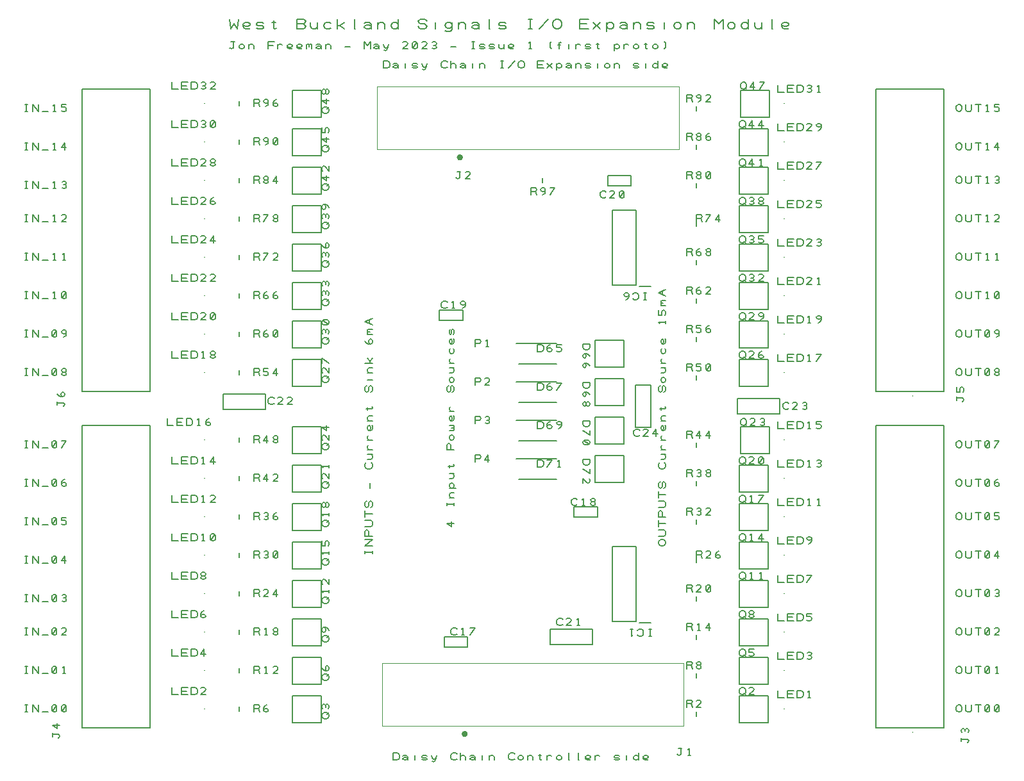
<source format=gbr>
G04 Easy-PC Gerber Version 25.0 Build 5877*
G04 #@! TF.Part,Single*
G04 #@! TF.FileFunction,Legend,Top*
G04 #@! TF.FilePolarity,Positive*
%FSLAX35Y35*%
%MOIN*%
%ADD14C,0.00394*%
%ADD19C,0.00500*%
%ADD18C,0.00787*%
%ADD70C,0.01575*%
G04 #@! TD.AperFunction*
X0Y0D02*
D02*
D14*
X55250Y38045D02*
Y38439D02*
G75*
G03*
Y38045I0J-197D01*
G01*
Y38439D02*
G75*
G02*
Y38045I0J-197D01*
G01*
Y213045D02*
Y213439D02*
G75*
G03*
Y213045I0J-197D01*
G01*
Y213439D02*
G75*
G02*
Y213045I0J-197D01*
G01*
X99443Y50250D02*
G75*
G03*
X99837I197J0D01*
G01*
X99443D02*
G75*
G02*
X99837I197J0D01*
G01*
X99443Y70250D02*
G75*
G03*
X99837I197J0D01*
G01*
X99443D02*
G75*
G02*
X99837I197J0D01*
G01*
X99443Y90250D02*
G75*
G03*
X99837I197J0D01*
G01*
X99443D02*
G75*
G02*
X99837I197J0D01*
G01*
X99443Y110250D02*
G75*
G03*
X99837I197J0D01*
G01*
X99443D02*
G75*
G02*
X99837I197J0D01*
G01*
X99443Y130250D02*
G75*
G03*
X99837I197J0D01*
G01*
X99443D02*
G75*
G02*
X99837I197J0D01*
G01*
X99443Y150250D02*
G75*
G03*
X99837I197J0D01*
G01*
X99443D02*
G75*
G02*
X99837I197J0D01*
G01*
X99443Y170250D02*
G75*
G03*
X99837I197J0D01*
G01*
X99443D02*
G75*
G02*
X99837I197J0D01*
G01*
X99443Y190250D02*
G75*
G03*
X99837I197J0D01*
G01*
X99443D02*
G75*
G02*
X99837I197J0D01*
G01*
X99443Y225250D02*
G75*
G03*
X99837I197J0D01*
G01*
X99443D02*
G75*
G02*
X99837I197J0D01*
G01*
X99443Y245250D02*
G75*
G03*
X99837I197J0D01*
G01*
X99443D02*
G75*
G02*
X99837I197J0D01*
G01*
X99443Y265250D02*
G75*
G03*
X99837I197J0D01*
G01*
X99443D02*
G75*
G02*
X99837I197J0D01*
G01*
X99443Y285250D02*
G75*
G03*
X99837I197J0D01*
G01*
X99443D02*
G75*
G02*
X99837I197J0D01*
G01*
X99443Y305250D02*
G75*
G03*
X99837I197J0D01*
G01*
X99443D02*
G75*
G02*
X99837I197J0D01*
G01*
X99443Y325250D02*
G75*
G03*
X99837I197J0D01*
G01*
X99443D02*
G75*
G02*
X99837I197J0D01*
G01*
X99443Y345250D02*
G75*
G03*
X99837I197J0D01*
G01*
X99443D02*
G75*
G02*
X99837I197J0D01*
G01*
X99443Y365250D02*
G75*
G03*
X99837I197J0D01*
G01*
X99443D02*
G75*
G02*
X99837I197J0D01*
G01*
Y50250D02*
Y70250D02*
Y90250D02*
Y110250D02*
Y130250D02*
Y150250D02*
Y170250D02*
Y190250D02*
Y225250D02*
Y245250D02*
Y265250D02*
Y285250D02*
Y305250D02*
Y325250D02*
Y345250D02*
Y365250D02*
X189364Y374089D02*
X346136D01*
Y341411D01*
X189364D01*
Y374089D01*
X191864Y74089D02*
X348636D01*
Y41411D01*
X191864D01*
Y74089D01*
X400663Y50250D02*
Y70250D02*
Y90250D02*
Y110250D02*
Y130250D02*
Y150250D02*
Y170250D02*
Y190250D02*
Y225250D02*
Y245250D02*
Y265250D02*
Y285250D02*
Y305250D02*
Y325250D02*
Y345250D02*
Y365250D02*
X401057Y50250D02*
G75*
G03*
X400663I-197J0D01*
G01*
X401057D02*
G75*
G02*
X400663I-197J0D01*
G01*
X401057Y70250D02*
G75*
G03*
X400663I-197J0D01*
G01*
X401057D02*
G75*
G02*
X400663I-197J0D01*
G01*
X401057Y90250D02*
G75*
G03*
X400663I-197J0D01*
G01*
X401057D02*
G75*
G02*
X400663I-197J0D01*
G01*
X401057Y110250D02*
G75*
G03*
X400663I-197J0D01*
G01*
X401057D02*
G75*
G02*
X400663I-197J0D01*
G01*
X401057Y130250D02*
G75*
G03*
X400663I-197J0D01*
G01*
X401057D02*
G75*
G02*
X400663I-197J0D01*
G01*
X401057Y150250D02*
G75*
G03*
X400663I-197J0D01*
G01*
X401057D02*
G75*
G02*
X400663I-197J0D01*
G01*
X401057Y170250D02*
G75*
G03*
X400663I-197J0D01*
G01*
X401057D02*
G75*
G02*
X400663I-197J0D01*
G01*
X401057Y190250D02*
G75*
G03*
X400663I-197J0D01*
G01*
X401057D02*
G75*
G02*
X400663I-197J0D01*
G01*
X401057Y225250D02*
G75*
G03*
X400663I-197J0D01*
G01*
X401057D02*
G75*
G02*
X400663I-197J0D01*
G01*
X401057Y245250D02*
G75*
G03*
X400663I-197J0D01*
G01*
X401057D02*
G75*
G02*
X400663I-197J0D01*
G01*
X401057Y265250D02*
G75*
G03*
X400663I-197J0D01*
G01*
X401057D02*
G75*
G02*
X400663I-197J0D01*
G01*
X401057Y285250D02*
G75*
G03*
X400663I-197J0D01*
G01*
X401057D02*
G75*
G02*
X400663I-197J0D01*
G01*
X401057Y305250D02*
G75*
G03*
X400663I-197J0D01*
G01*
X401057D02*
G75*
G02*
X400663I-197J0D01*
G01*
X401057Y325250D02*
G75*
G03*
X400663I-197J0D01*
G01*
X401057D02*
G75*
G02*
X400663I-197J0D01*
G01*
X401057Y345250D02*
G75*
G03*
X400663I-197J0D01*
G01*
X401057D02*
G75*
G02*
X400663I-197J0D01*
G01*
X401057Y365250D02*
G75*
G03*
X400663I-197J0D01*
G01*
X401057D02*
G75*
G02*
X400663I-197J0D01*
G01*
X467750Y38045D02*
Y38439D02*
G75*
G03*
Y38045I0J-197D01*
G01*
Y38439D02*
G75*
G02*
Y38045I0J-197D01*
G01*
Y213045D02*
Y213439D02*
G75*
G03*
Y213045I0J-197D01*
G01*
Y213439D02*
G75*
G02*
Y213045I0J-197D01*
G01*
D02*
D18*
X71392Y40407D02*
Y197888D01*
X35959D01*
Y40407D01*
X71392D01*
Y215407D02*
Y372888D01*
X35959D01*
Y215407D01*
X71392D01*
X117750Y49069D02*
Y51431D01*
Y69069D02*
Y71431D01*
Y89069D02*
Y91431D01*
Y109069D02*
Y111431D01*
Y129069D02*
Y131431D01*
Y149069D02*
Y151431D01*
Y169069D02*
Y171431D01*
Y189069D02*
Y191431D01*
Y224069D02*
Y226431D01*
Y244069D02*
Y246431D01*
Y264069D02*
Y266431D01*
Y284069D02*
Y286431D01*
Y304069D02*
Y306431D01*
Y324069D02*
Y326431D01*
Y344069D02*
Y346431D01*
Y364069D02*
Y366431D01*
X262907Y169935D02*
X282593D01*
X262907Y189935D02*
X282593D01*
X262907Y209935D02*
X282593D01*
X262907Y229935D02*
X282593D01*
X275250Y324069D02*
Y326431D01*
X282593Y180565D02*
X261431D01*
X282593Y200565D02*
X261431D01*
X282593Y220565D02*
X261431D01*
X282593Y240565D02*
X261431D01*
X324049Y95762D02*
X311451D01*
Y134738D01*
X324049D01*
Y95762D01*
Y270762D02*
X311451D01*
Y309738D01*
X324049D01*
Y270762D01*
X331530Y94994D02*
X325427D01*
X331530Y269994D02*
X325427D01*
X355250Y48931D02*
Y46569D01*
Y68931D02*
Y66569D01*
Y88931D02*
Y86569D01*
Y108931D02*
Y106569D01*
Y128931D02*
Y126569D01*
Y148931D02*
Y146569D01*
Y168931D02*
Y166569D01*
Y188931D02*
Y186569D01*
Y223931D02*
Y221569D01*
Y243931D02*
Y241569D01*
Y263931D02*
Y261569D01*
Y283931D02*
Y281569D01*
Y303931D02*
Y301569D01*
Y323931D02*
Y321569D01*
Y343931D02*
Y341569D01*
Y363931D02*
Y361569D01*
X483892Y40407D02*
Y197888D01*
X448459D01*
Y40407D01*
X483892D01*
Y215407D02*
Y372888D01*
X448459D01*
Y215407D01*
X483892D01*
D02*
D19*
X6187Y48687D02*
X7437D01*
X6813D02*
Y52437D01*
X6187D02*
X7437D01*
X10250Y48687D02*
Y52437D01*
X13375Y48687D01*
Y52437D01*
X15250Y48687D02*
X18375D01*
X20563Y49000D02*
X21187Y48687D01*
X21813D01*
X22437Y49000D01*
X22750Y49625D01*
Y51500D01*
X22437Y52125D01*
X21813Y52437D01*
X21187D01*
X20563Y52125D01*
X20250Y51500D01*
Y49625D01*
X20563Y49000D01*
X22437Y52125D01*
X25563Y49000D02*
X26187Y48687D01*
X26813D01*
X27437Y49000D01*
X27750Y49625D01*
Y51500D01*
X27437Y52125D01*
X26813Y52437D01*
X26187D01*
X25563Y52125D01*
X25250Y51500D01*
Y49625D01*
X25563Y49000D01*
X27437Y52125D01*
X6187Y68687D02*
X7437D01*
X6813D02*
Y72437D01*
X6187D02*
X7437D01*
X10250Y68687D02*
Y72437D01*
X13375Y68687D01*
Y72437D01*
X15250Y68687D02*
X18375D01*
X20563Y69000D02*
X21187Y68687D01*
X21813D01*
X22437Y69000D01*
X22750Y69625D01*
Y71500D01*
X22437Y72125D01*
X21813Y72437D01*
X21187D01*
X20563Y72125D01*
X20250Y71500D01*
Y69625D01*
X20563Y69000D01*
X22437Y72125D01*
X25875Y68687D02*
X27125D01*
X26500D02*
Y72437D01*
X25875Y71813D01*
X6187Y88687D02*
X7437D01*
X6813D02*
Y92437D01*
X6187D02*
X7437D01*
X10250Y88687D02*
Y92437D01*
X13375Y88687D01*
Y92437D01*
X15250Y88687D02*
X18375D01*
X20563Y89000D02*
X21187Y88687D01*
X21813D01*
X22437Y89000D01*
X22750Y89625D01*
Y91500D01*
X22437Y92125D01*
X21813Y92437D01*
X21187D01*
X20563Y92125D01*
X20250Y91500D01*
Y89625D01*
X20563Y89000D01*
X22437Y92125D01*
X27750Y88687D02*
X25250D01*
X27437Y90875D01*
X27750Y91500D01*
X27437Y92125D01*
X26813Y92437D01*
X25875D01*
X25250Y92125D01*
X6187Y106187D02*
X7437D01*
X6813D02*
Y109937D01*
X6187D02*
X7437D01*
X10250Y106187D02*
Y109937D01*
X13375Y106187D01*
Y109937D01*
X15250Y106187D02*
X18375D01*
X20563Y106500D02*
X21187Y106187D01*
X21813D01*
X22437Y106500D01*
X22750Y107125D01*
Y109000D01*
X22437Y109625D01*
X21813Y109937D01*
X21187D01*
X20563Y109625D01*
X20250Y109000D01*
Y107125D01*
X20563Y106500D01*
X22437Y109625D01*
X25563Y106500D02*
X26187Y106187D01*
X26813D01*
X27437Y106500D01*
X27750Y107125D01*
X27437Y107750D01*
X26813Y108063D01*
X26187D01*
X26813D02*
X27437Y108375D01*
X27750Y109000D01*
X27437Y109625D01*
X26813Y109937D01*
X26187D01*
X25563Y109625D01*
X6187Y126187D02*
X7437D01*
X6813D02*
Y129937D01*
X6187D02*
X7437D01*
X10250Y126187D02*
Y129937D01*
X13375Y126187D01*
Y129937D01*
X15250Y126187D02*
X18375D01*
X20563Y126500D02*
X21187Y126187D01*
X21813D01*
X22437Y126500D01*
X22750Y127125D01*
Y129000D01*
X22437Y129625D01*
X21813Y129937D01*
X21187D01*
X20563Y129625D01*
X20250Y129000D01*
Y127125D01*
X20563Y126500D01*
X22437Y129625D01*
X26813Y126187D02*
Y129937D01*
X25250Y127437D01*
X27750D01*
X6187Y146187D02*
X7437D01*
X6813D02*
Y149937D01*
X6187D02*
X7437D01*
X10250Y146187D02*
Y149937D01*
X13375Y146187D01*
Y149937D01*
X15250Y146187D02*
X18375D01*
X20563Y146500D02*
X21187Y146187D01*
X21813D01*
X22437Y146500D01*
X22750Y147125D01*
Y149000D01*
X22437Y149625D01*
X21813Y149937D01*
X21187D01*
X20563Y149625D01*
X20250Y149000D01*
Y147125D01*
X20563Y146500D01*
X22437Y149625D01*
X25250Y146500D02*
X25875Y146187D01*
X26813D01*
X27437Y146500D01*
X27750Y147125D01*
Y147437D01*
X27437Y148063D01*
X26813Y148375D01*
X25250D01*
Y149937D01*
X27750D01*
X6187Y166187D02*
X7437D01*
X6813D02*
Y169937D01*
X6187D02*
X7437D01*
X10250Y166187D02*
Y169937D01*
X13375Y166187D01*
Y169937D01*
X15250Y166187D02*
X18375D01*
X20563Y166500D02*
X21187Y166187D01*
X21813D01*
X22437Y166500D01*
X22750Y167125D01*
Y169000D01*
X22437Y169625D01*
X21813Y169937D01*
X21187D01*
X20563Y169625D01*
X20250Y169000D01*
Y167125D01*
X20563Y166500D01*
X22437Y169625D01*
X25250Y167125D02*
X25563Y167750D01*
X26187Y168063D01*
X26813D01*
X27437Y167750D01*
X27750Y167125D01*
X27437Y166500D01*
X26813Y166187D01*
X26187D01*
X25563Y166500D01*
X25250Y167125D01*
Y168063D01*
X25563Y169000D01*
X26187Y169625D01*
X26813Y169937D01*
X6187Y186187D02*
X7437D01*
X6813D02*
Y189937D01*
X6187D02*
X7437D01*
X10250Y186187D02*
Y189937D01*
X13375Y186187D01*
Y189937D01*
X15250Y186187D02*
X18375D01*
X20563Y186500D02*
X21187Y186187D01*
X21813D01*
X22437Y186500D01*
X22750Y187125D01*
Y189000D01*
X22437Y189625D01*
X21813Y189937D01*
X21187D01*
X20563Y189625D01*
X20250Y189000D01*
Y187125D01*
X20563Y186500D01*
X22437Y189625D01*
X25250Y186187D02*
X27750Y189937D01*
X25250D01*
X6187Y223687D02*
X7437D01*
X6813D02*
Y227437D01*
X6187D02*
X7437D01*
X10250Y223687D02*
Y227437D01*
X13375Y223687D01*
Y227437D01*
X15250Y223687D02*
X18375D01*
X20563Y224000D02*
X21187Y223687D01*
X21813D01*
X22437Y224000D01*
X22750Y224625D01*
Y226500D01*
X22437Y227125D01*
X21813Y227437D01*
X21187D01*
X20563Y227125D01*
X20250Y226500D01*
Y224625D01*
X20563Y224000D01*
X22437Y227125D01*
X26187Y225563D02*
X26813D01*
X27437Y225875D01*
X27750Y226500D01*
X27437Y227125D01*
X26813Y227437D01*
X26187D01*
X25563Y227125D01*
X25250Y226500D01*
X25563Y225875D01*
X26187Y225563D01*
X25563Y225250D01*
X25250Y224625D01*
X25563Y224000D01*
X26187Y223687D01*
X26813D01*
X27437Y224000D01*
X27750Y224625D01*
X27437Y225250D01*
X26813Y225563D01*
X6187Y243687D02*
X7437D01*
X6813D02*
Y247437D01*
X6187D02*
X7437D01*
X10250Y243687D02*
Y247437D01*
X13375Y243687D01*
Y247437D01*
X15250Y243687D02*
X18375D01*
X20563Y244000D02*
X21187Y243687D01*
X21813D01*
X22437Y244000D01*
X22750Y244625D01*
Y246500D01*
X22437Y247125D01*
X21813Y247437D01*
X21187D01*
X20563Y247125D01*
X20250Y246500D01*
Y244625D01*
X20563Y244000D01*
X22437Y247125D01*
X26187Y243687D02*
X26813Y244000D01*
X27437Y244625D01*
X27750Y245563D01*
Y246500D01*
X27437Y247125D01*
X26813Y247437D01*
X26187D01*
X25563Y247125D01*
X25250Y246500D01*
X25563Y245875D01*
X26187Y245563D01*
X26813D01*
X27437Y245875D01*
X27750Y246500D01*
X6187Y263687D02*
X7437D01*
X6813D02*
Y267437D01*
X6187D02*
X7437D01*
X10250Y263687D02*
Y267437D01*
X13375Y263687D01*
Y267437D01*
X15250Y263687D02*
X18375D01*
X20875D02*
X22125D01*
X21500D02*
Y267437D01*
X20875Y266813D01*
X25563Y264000D02*
X26187Y263687D01*
X26813D01*
X27437Y264000D01*
X27750Y264625D01*
Y266500D01*
X27437Y267125D01*
X26813Y267437D01*
X26187D01*
X25563Y267125D01*
X25250Y266500D01*
Y264625D01*
X25563Y264000D01*
X27437Y267125D01*
X6187Y283687D02*
X7437D01*
X6813D02*
Y287437D01*
X6187D02*
X7437D01*
X10250Y283687D02*
Y287437D01*
X13375Y283687D01*
Y287437D01*
X15250Y283687D02*
X18375D01*
X20875D02*
X22125D01*
X21500D02*
Y287437D01*
X20875Y286813D01*
X25875Y283687D02*
X27125D01*
X26500D02*
Y287437D01*
X25875Y286813D01*
X6187Y303687D02*
X7437D01*
X6813D02*
Y307437D01*
X6187D02*
X7437D01*
X10250Y303687D02*
Y307437D01*
X13375Y303687D01*
Y307437D01*
X15250Y303687D02*
X18375D01*
X20875D02*
X22125D01*
X21500D02*
Y307437D01*
X20875Y306813D01*
X27750Y303687D02*
X25250D01*
X27437Y305875D01*
X27750Y306500D01*
X27437Y307125D01*
X26813Y307437D01*
X25875D01*
X25250Y307125D01*
X6187Y321187D02*
X7437D01*
X6813D02*
Y324937D01*
X6187D02*
X7437D01*
X10250Y321187D02*
Y324937D01*
X13375Y321187D01*
Y324937D01*
X15250Y321187D02*
X18375D01*
X20875D02*
X22125D01*
X21500D02*
Y324937D01*
X20875Y324313D01*
X25563Y321500D02*
X26187Y321187D01*
X26813D01*
X27437Y321500D01*
X27750Y322125D01*
X27437Y322750D01*
X26813Y323063D01*
X26187D01*
X26813D02*
X27437Y323375D01*
X27750Y324000D01*
X27437Y324625D01*
X26813Y324937D01*
X26187D01*
X25563Y324625D01*
X6187Y341187D02*
X7437D01*
X6813D02*
Y344937D01*
X6187D02*
X7437D01*
X10250Y341187D02*
Y344937D01*
X13375Y341187D01*
Y344937D01*
X15250Y341187D02*
X18375D01*
X20875D02*
X22125D01*
X21500D02*
Y344937D01*
X20875Y344313D01*
X26813Y341187D02*
Y344937D01*
X25250Y342437D01*
X27750D01*
X6187Y361187D02*
X7437D01*
X6813D02*
Y364937D01*
X6187D02*
X7437D01*
X10250Y361187D02*
Y364937D01*
X13375Y361187D01*
Y364937D01*
X15250Y361187D02*
X18375D01*
X20875D02*
X22125D01*
X21500D02*
Y364937D01*
X20875Y364313D01*
X25250Y361500D02*
X25875Y361187D01*
X26813D01*
X27437Y361500D01*
X27750Y362125D01*
Y362437D01*
X27437Y363063D01*
X26813Y363375D01*
X25250D01*
Y364937D01*
X27750D01*
X23687Y35250D02*
X24000Y35563D01*
X24313Y36187D01*
X24000Y36813D01*
X23687Y37125D01*
X20563D01*
Y37750D01*
Y37125D02*
Y35875D01*
X24313Y41813D02*
X20563D01*
X23063Y40250D01*
Y42750D01*
X26187Y207750D02*
X26500Y208063D01*
X26813Y208687D01*
X26500Y209313D01*
X26187Y209625D01*
X23063D01*
Y210250D01*
Y209625D02*
Y208375D01*
X25875Y212750D02*
X25250Y213063D01*
X24937Y213687D01*
Y214313D01*
X25250Y214937D01*
X25875Y215250D01*
X26500Y214937D01*
X26813Y214313D01*
Y213687D01*
X26500Y213063D01*
X25875Y212750D01*
X24937D01*
X24000Y213063D01*
X23375Y213687D01*
X23063Y214313D01*
X80250Y201437D02*
Y197687D01*
X83375D01*
X85250D02*
Y201437D01*
X88375D01*
X87750Y199563D02*
X85250D01*
Y197687D02*
X88375D01*
X90250D02*
Y201437D01*
X92125D01*
X92750Y201125D01*
X93063Y200813D01*
X93375Y200187D01*
Y198937D01*
X93063Y198313D01*
X92750Y198000D01*
X92125Y197687D01*
X90250D01*
X95875D02*
X97125D01*
X96500D02*
Y201437D01*
X95875Y200813D01*
X100250Y198625D02*
X100563Y199250D01*
X101187Y199563D01*
X101813D01*
X102437Y199250D01*
X102750Y198625D01*
X102437Y198000D01*
X101813Y197687D01*
X101187D01*
X100563Y198000D01*
X100250Y198625D01*
Y199563D01*
X100563Y200500D01*
X101187Y201125D01*
X101813Y201437D01*
X82750Y61437D02*
Y57687D01*
X85875D01*
X87750D02*
Y61437D01*
X90875D01*
X90250Y59563D02*
X87750D01*
Y57687D02*
X90875D01*
X92750D02*
Y61437D01*
X94625D01*
X95250Y61125D01*
X95563Y60813D01*
X95875Y60187D01*
Y58937D01*
X95563Y58313D01*
X95250Y58000D01*
X94625Y57687D01*
X92750D01*
X100250D02*
X97750D01*
X99937Y59875D01*
X100250Y60500D01*
X99937Y61125D01*
X99313Y61437D01*
X98375D01*
X97750Y61125D01*
X82750Y81437D02*
Y77687D01*
X85875D01*
X87750D02*
Y81437D01*
X90875D01*
X90250Y79563D02*
X87750D01*
Y77687D02*
X90875D01*
X92750D02*
Y81437D01*
X94625D01*
X95250Y81125D01*
X95563Y80813D01*
X95875Y80187D01*
Y78937D01*
X95563Y78313D01*
X95250Y78000D01*
X94625Y77687D01*
X92750D01*
X99313D02*
Y81437D01*
X97750Y78937D01*
X100250D01*
X82750Y101437D02*
Y97687D01*
X85875D01*
X87750D02*
Y101437D01*
X90875D01*
X90250Y99563D02*
X87750D01*
Y97687D02*
X90875D01*
X92750D02*
Y101437D01*
X94625D01*
X95250Y101125D01*
X95563Y100813D01*
X95875Y100187D01*
Y98937D01*
X95563Y98313D01*
X95250Y98000D01*
X94625Y97687D01*
X92750D01*
X97750Y98625D02*
X98063Y99250D01*
X98687Y99563D01*
X99313D01*
X99937Y99250D01*
X100250Y98625D01*
X99937Y98000D01*
X99313Y97687D01*
X98687D01*
X98063Y98000D01*
X97750Y98625D01*
Y99563D01*
X98063Y100500D01*
X98687Y101125D01*
X99313Y101437D01*
X82750Y121437D02*
Y117687D01*
X85875D01*
X87750D02*
Y121437D01*
X90875D01*
X90250Y119563D02*
X87750D01*
Y117687D02*
X90875D01*
X92750D02*
Y121437D01*
X94625D01*
X95250Y121125D01*
X95563Y120813D01*
X95875Y120187D01*
Y118937D01*
X95563Y118313D01*
X95250Y118000D01*
X94625Y117687D01*
X92750D01*
X98687Y119563D02*
X99313D01*
X99937Y119875D01*
X100250Y120500D01*
X99937Y121125D01*
X99313Y121437D01*
X98687D01*
X98063Y121125D01*
X97750Y120500D01*
X98063Y119875D01*
X98687Y119563D01*
X98063Y119250D01*
X97750Y118625D01*
X98063Y118000D01*
X98687Y117687D01*
X99313D01*
X99937Y118000D01*
X100250Y118625D01*
X99937Y119250D01*
X99313Y119563D01*
X82750Y141437D02*
Y137687D01*
X85875D01*
X87750D02*
Y141437D01*
X90875D01*
X90250Y139563D02*
X87750D01*
Y137687D02*
X90875D01*
X92750D02*
Y141437D01*
X94625D01*
X95250Y141125D01*
X95563Y140813D01*
X95875Y140187D01*
Y138937D01*
X95563Y138313D01*
X95250Y138000D01*
X94625Y137687D01*
X92750D01*
X98375D02*
X99625D01*
X99000D02*
Y141437D01*
X98375Y140813D01*
X103063Y138000D02*
X103687Y137687D01*
X104313D01*
X104937Y138000D01*
X105250Y138625D01*
Y140500D01*
X104937Y141125D01*
X104313Y141437D01*
X103687D01*
X103063Y141125D01*
X102750Y140500D01*
Y138625D01*
X103063Y138000D01*
X104937Y141125D01*
X82750Y161437D02*
Y157687D01*
X85875D01*
X87750D02*
Y161437D01*
X90875D01*
X90250Y159563D02*
X87750D01*
Y157687D02*
X90875D01*
X92750D02*
Y161437D01*
X94625D01*
X95250Y161125D01*
X95563Y160813D01*
X95875Y160187D01*
Y158937D01*
X95563Y158313D01*
X95250Y158000D01*
X94625Y157687D01*
X92750D01*
X98375D02*
X99625D01*
X99000D02*
Y161437D01*
X98375Y160813D01*
X105250Y157687D02*
X102750D01*
X104937Y159875D01*
X105250Y160500D01*
X104937Y161125D01*
X104313Y161437D01*
X103375D01*
X102750Y161125D01*
X82750Y181437D02*
Y177687D01*
X85875D01*
X87750D02*
Y181437D01*
X90875D01*
X90250Y179563D02*
X87750D01*
Y177687D02*
X90875D01*
X92750D02*
Y181437D01*
X94625D01*
X95250Y181125D01*
X95563Y180813D01*
X95875Y180187D01*
Y178937D01*
X95563Y178313D01*
X95250Y178000D01*
X94625Y177687D01*
X92750D01*
X98375D02*
X99625D01*
X99000D02*
Y181437D01*
X98375Y180813D01*
X104313Y177687D02*
Y181437D01*
X102750Y178937D01*
X105250D01*
X82750Y236437D02*
Y232687D01*
X85875D01*
X87750D02*
Y236437D01*
X90875D01*
X90250Y234563D02*
X87750D01*
Y232687D02*
X90875D01*
X92750D02*
Y236437D01*
X94625D01*
X95250Y236125D01*
X95563Y235813D01*
X95875Y235187D01*
Y233937D01*
X95563Y233313D01*
X95250Y233000D01*
X94625Y232687D01*
X92750D01*
X98375D02*
X99625D01*
X99000D02*
Y236437D01*
X98375Y235813D01*
X103687Y234563D02*
X104313D01*
X104937Y234875D01*
X105250Y235500D01*
X104937Y236125D01*
X104313Y236437D01*
X103687D01*
X103063Y236125D01*
X102750Y235500D01*
X103063Y234875D01*
X103687Y234563D01*
X103063Y234250D01*
X102750Y233625D01*
X103063Y233000D01*
X103687Y232687D01*
X104313D01*
X104937Y233000D01*
X105250Y233625D01*
X104937Y234250D01*
X104313Y234563D01*
X82750Y256437D02*
Y252687D01*
X85875D01*
X87750D02*
Y256437D01*
X90875D01*
X90250Y254563D02*
X87750D01*
Y252687D02*
X90875D01*
X92750D02*
Y256437D01*
X94625D01*
X95250Y256125D01*
X95563Y255813D01*
X95875Y255187D01*
Y253937D01*
X95563Y253313D01*
X95250Y253000D01*
X94625Y252687D01*
X92750D01*
X100250D02*
X97750D01*
X99937Y254875D01*
X100250Y255500D01*
X99937Y256125D01*
X99313Y256437D01*
X98375D01*
X97750Y256125D01*
X103063Y253000D02*
X103687Y252687D01*
X104313D01*
X104937Y253000D01*
X105250Y253625D01*
Y255500D01*
X104937Y256125D01*
X104313Y256437D01*
X103687D01*
X103063Y256125D01*
X102750Y255500D01*
Y253625D01*
X103063Y253000D01*
X104937Y256125D01*
X82750Y276437D02*
Y272687D01*
X85875D01*
X87750D02*
Y276437D01*
X90875D01*
X90250Y274563D02*
X87750D01*
Y272687D02*
X90875D01*
X92750D02*
Y276437D01*
X94625D01*
X95250Y276125D01*
X95563Y275813D01*
X95875Y275187D01*
Y273937D01*
X95563Y273313D01*
X95250Y273000D01*
X94625Y272687D01*
X92750D01*
X100250D02*
X97750D01*
X99937Y274875D01*
X100250Y275500D01*
X99937Y276125D01*
X99313Y276437D01*
X98375D01*
X97750Y276125D01*
X105250Y272687D02*
X102750D01*
X104937Y274875D01*
X105250Y275500D01*
X104937Y276125D01*
X104313Y276437D01*
X103375D01*
X102750Y276125D01*
X82750Y296437D02*
Y292687D01*
X85875D01*
X87750D02*
Y296437D01*
X90875D01*
X90250Y294563D02*
X87750D01*
Y292687D02*
X90875D01*
X92750D02*
Y296437D01*
X94625D01*
X95250Y296125D01*
X95563Y295813D01*
X95875Y295187D01*
Y293937D01*
X95563Y293313D01*
X95250Y293000D01*
X94625Y292687D01*
X92750D01*
X100250D02*
X97750D01*
X99937Y294875D01*
X100250Y295500D01*
X99937Y296125D01*
X99313Y296437D01*
X98375D01*
X97750Y296125D01*
X104313Y292687D02*
Y296437D01*
X102750Y293937D01*
X105250D01*
X82750Y316437D02*
Y312687D01*
X85875D01*
X87750D02*
Y316437D01*
X90875D01*
X90250Y314563D02*
X87750D01*
Y312687D02*
X90875D01*
X92750D02*
Y316437D01*
X94625D01*
X95250Y316125D01*
X95563Y315813D01*
X95875Y315187D01*
Y313937D01*
X95563Y313313D01*
X95250Y313000D01*
X94625Y312687D01*
X92750D01*
X100250D02*
X97750D01*
X99937Y314875D01*
X100250Y315500D01*
X99937Y316125D01*
X99313Y316437D01*
X98375D01*
X97750Y316125D01*
X102750Y313625D02*
X103063Y314250D01*
X103687Y314563D01*
X104313D01*
X104937Y314250D01*
X105250Y313625D01*
X104937Y313000D01*
X104313Y312687D01*
X103687D01*
X103063Y313000D01*
X102750Y313625D01*
Y314563D01*
X103063Y315500D01*
X103687Y316125D01*
X104313Y316437D01*
X82750Y336437D02*
Y332687D01*
X85875D01*
X87750D02*
Y336437D01*
X90875D01*
X90250Y334563D02*
X87750D01*
Y332687D02*
X90875D01*
X92750D02*
Y336437D01*
X94625D01*
X95250Y336125D01*
X95563Y335813D01*
X95875Y335187D01*
Y333937D01*
X95563Y333313D01*
X95250Y333000D01*
X94625Y332687D01*
X92750D01*
X100250D02*
X97750D01*
X99937Y334875D01*
X100250Y335500D01*
X99937Y336125D01*
X99313Y336437D01*
X98375D01*
X97750Y336125D01*
X103687Y334563D02*
X104313D01*
X104937Y334875D01*
X105250Y335500D01*
X104937Y336125D01*
X104313Y336437D01*
X103687D01*
X103063Y336125D01*
X102750Y335500D01*
X103063Y334875D01*
X103687Y334563D01*
X103063Y334250D01*
X102750Y333625D01*
X103063Y333000D01*
X103687Y332687D01*
X104313D01*
X104937Y333000D01*
X105250Y333625D01*
X104937Y334250D01*
X104313Y334563D01*
X82750Y356437D02*
Y352687D01*
X85875D01*
X87750D02*
Y356437D01*
X90875D01*
X90250Y354563D02*
X87750D01*
Y352687D02*
X90875D01*
X92750D02*
Y356437D01*
X94625D01*
X95250Y356125D01*
X95563Y355813D01*
X95875Y355187D01*
Y353937D01*
X95563Y353313D01*
X95250Y353000D01*
X94625Y352687D01*
X92750D01*
X98063Y353000D02*
X98687Y352687D01*
X99313D01*
X99937Y353000D01*
X100250Y353625D01*
X99937Y354250D01*
X99313Y354563D01*
X98687D01*
X99313D02*
X99937Y354875D01*
X100250Y355500D01*
X99937Y356125D01*
X99313Y356437D01*
X98687D01*
X98063Y356125D01*
X103063Y353000D02*
X103687Y352687D01*
X104313D01*
X104937Y353000D01*
X105250Y353625D01*
Y355500D01*
X104937Y356125D01*
X104313Y356437D01*
X103687D01*
X103063Y356125D01*
X102750Y355500D01*
Y353625D01*
X103063Y353000D01*
X104937Y356125D01*
X82750Y376437D02*
Y372687D01*
X85875D01*
X87750D02*
Y376437D01*
X90875D01*
X90250Y374563D02*
X87750D01*
Y372687D02*
X90875D01*
X92750D02*
Y376437D01*
X94625D01*
X95250Y376125D01*
X95563Y375813D01*
X95875Y375187D01*
Y373937D01*
X95563Y373313D01*
X95250Y373000D01*
X94625Y372687D01*
X92750D01*
X98063Y373000D02*
X98687Y372687D01*
X99313D01*
X99937Y373000D01*
X100250Y373625D01*
X99937Y374250D01*
X99313Y374563D01*
X98687D01*
X99313D02*
X99937Y374875D01*
X100250Y375500D01*
X99937Y376125D01*
X99313Y376437D01*
X98687D01*
X98063Y376125D01*
X105250Y372687D02*
X102750D01*
X104937Y374875D01*
X105250Y375500D01*
X104937Y376125D01*
X104313Y376437D01*
X103375D01*
X102750Y376125D01*
X112750Y394313D02*
X113063Y394000D01*
X113687Y393687D01*
X114313Y394000D01*
X114625Y394313D01*
Y397437D01*
X115250D01*
X114625D02*
X113375D01*
X117750Y394625D02*
X118063Y394000D01*
X118687Y393687D01*
X119313D01*
X119937Y394000D01*
X120250Y394625D01*
Y395250D01*
X119937Y395875D01*
X119313Y396187D01*
X118687D01*
X118063Y395875D01*
X117750Y395250D01*
Y394625D01*
X122750Y393687D02*
Y396187D01*
Y395250D02*
X123063Y395875D01*
X123687Y396187D01*
X124313D01*
X124937Y395875D01*
X125250Y395250D01*
Y393687D01*
X132750D02*
Y397437D01*
X135875D01*
X135250Y395563D02*
X132750D01*
X137750Y393687D02*
Y396187D01*
Y395250D02*
X138063Y395875D01*
X138687Y396187D01*
X139313D01*
X139937Y395875D01*
X145250Y394000D02*
X144937Y393687D01*
X144313D01*
X143687D01*
X143063Y394000D01*
X142750Y394625D01*
Y395563D01*
X143063Y395875D01*
X143687Y396187D01*
X144313D01*
X144937Y395875D01*
X145250Y395563D01*
Y395250D01*
X144937Y394937D01*
X144313Y394625D01*
X143687D01*
X143063Y394937D01*
X142750Y395250D01*
X150250Y394000D02*
X149937Y393687D01*
X149313D01*
X148687D01*
X148063Y394000D01*
X147750Y394625D01*
Y395563D01*
X148063Y395875D01*
X148687Y396187D01*
X149313D01*
X149937Y395875D01*
X150250Y395563D01*
Y395250D01*
X149937Y394937D01*
X149313Y394625D01*
X148687D01*
X148063Y394937D01*
X147750Y395250D01*
X152750Y393687D02*
Y396187D01*
Y395875D02*
X153063Y396187D01*
X153687D01*
X154000Y395875D01*
Y394937D01*
Y395875D02*
X154313Y396187D01*
X154937D01*
X155250Y395875D01*
Y393687D01*
X157750Y395875D02*
X158375Y396187D01*
X159313D01*
X159937Y395875D01*
X160250Y395250D01*
Y394313D01*
X159937Y394000D01*
X159313Y393687D01*
X158687D01*
X158063Y394000D01*
X157750Y394313D01*
Y394625D01*
X158063Y394937D01*
X158687Y395250D01*
X159313D01*
X159937Y394937D01*
X160250Y394625D01*
Y394313D02*
Y393687D01*
X162750D02*
Y396187D01*
Y395250D02*
X163063Y395875D01*
X163687Y396187D01*
X164313D01*
X164937Y395875D01*
X165250Y395250D01*
Y393687D01*
X172750Y394937D02*
X175250D01*
X182750Y393687D02*
Y397437D01*
X184313Y395563D01*
X185875Y397437D01*
Y393687D01*
X187750Y395875D02*
X188375Y396187D01*
X189313D01*
X189937Y395875D01*
X190250Y395250D01*
Y394313D01*
X189937Y394000D01*
X189313Y393687D01*
X188687D01*
X188063Y394000D01*
X187750Y394313D01*
Y394625D01*
X188063Y394937D01*
X188687Y395250D01*
X189313D01*
X189937Y394937D01*
X190250Y394625D01*
Y394313D02*
Y393687D01*
X192750Y396187D02*
X193063Y394937D01*
X193687Y394313D01*
X194313D01*
X194937Y394937D01*
X195250Y396187D01*
X194937Y394937D02*
X194625Y393687D01*
X194313Y393063D01*
X193687Y392750D01*
X193063Y393063D01*
X205250Y393687D02*
X202750D01*
X204937Y395875D01*
X205250Y396500D01*
X204937Y397125D01*
X204313Y397437D01*
X203375D01*
X202750Y397125D01*
X208063Y394000D02*
X208687Y393687D01*
X209313D01*
X209937Y394000D01*
X210250Y394625D01*
Y396500D01*
X209937Y397125D01*
X209313Y397437D01*
X208687D01*
X208063Y397125D01*
X207750Y396500D01*
Y394625D01*
X208063Y394000D01*
X209937Y397125D01*
X215250Y393687D02*
X212750D01*
X214937Y395875D01*
X215250Y396500D01*
X214937Y397125D01*
X214313Y397437D01*
X213375D01*
X212750Y397125D01*
X218063Y394000D02*
X218687Y393687D01*
X219313D01*
X219937Y394000D01*
X220250Y394625D01*
X219937Y395250D01*
X219313Y395563D01*
X218687D01*
X219313D02*
X219937Y395875D01*
X220250Y396500D01*
X219937Y397125D01*
X219313Y397437D01*
X218687D01*
X218063Y397125D01*
X227750Y394937D02*
X230250D01*
X238687Y393687D02*
X239937D01*
X239313D02*
Y397437D01*
X238687D02*
X239937D01*
X242750Y394000D02*
X243375Y393687D01*
X244625D01*
X245250Y394000D01*
Y394625D01*
X244625Y394937D01*
X243375D01*
X242750Y395250D01*
Y395875D01*
X243375Y396187D01*
X244625D01*
X245250Y395875D01*
X247750Y394000D02*
X248375Y393687D01*
X249625D01*
X250250Y394000D01*
Y394625D01*
X249625Y394937D01*
X248375D01*
X247750Y395250D01*
Y395875D01*
X248375Y396187D01*
X249625D01*
X250250Y395875D01*
X252750Y396187D02*
Y394625D01*
X253063Y394000D01*
X253687Y393687D01*
X254313D01*
X254937Y394000D01*
X255250Y394625D01*
Y396187D02*
Y393687D01*
X260250Y394000D02*
X259937Y393687D01*
X259313D01*
X258687D01*
X258063Y394000D01*
X257750Y394625D01*
Y395563D01*
X258063Y395875D01*
X258687Y396187D01*
X259313D01*
X259937Y395875D01*
X260250Y395563D01*
Y395250D01*
X259937Y394937D01*
X259313Y394625D01*
X258687D01*
X258063Y394937D01*
X257750Y395250D01*
X268375Y393687D02*
X269625D01*
X269000D02*
Y397437D01*
X268375Y396813D01*
X279937Y393687D02*
X279313Y394625D01*
Y396813D01*
X279937Y397437D01*
X284000Y393687D02*
Y396813D01*
X284313Y397125D01*
X284625D01*
X284937Y396813D01*
X283375Y395875D02*
X284625D01*
X289000Y393687D02*
Y396187D01*
Y397125D02*
X292750Y393687D02*
Y396187D01*
Y395250D02*
X293063Y395875D01*
X293687Y396187D01*
X294313D01*
X294937Y395875D01*
X297750Y394000D02*
X298375Y393687D01*
X299625D01*
X300250Y394000D01*
Y394625D01*
X299625Y394937D01*
X298375D01*
X297750Y395250D01*
Y395875D01*
X298375Y396187D01*
X299625D01*
X300250Y395875D01*
X303271Y396187D02*
X304729D01*
X304000Y396813D02*
Y394000D01*
X304313Y393687D01*
X304625D01*
X304937Y394000D01*
X312750Y396187D02*
Y392750D01*
Y394625D02*
X313063Y394000D01*
X313687Y393687D01*
X314313D01*
X314937Y394000D01*
X315250Y394625D01*
Y395250D01*
X314937Y395875D01*
X314313Y396187D01*
X313687D01*
X313063Y395875D01*
X312750Y395250D01*
Y394625D01*
X317750Y393687D02*
Y396187D01*
Y395250D02*
X318063Y395875D01*
X318687Y396187D01*
X319313D01*
X319937Y395875D01*
X322750Y394625D02*
X323063Y394000D01*
X323687Y393687D01*
X324313D01*
X324937Y394000D01*
X325250Y394625D01*
Y395250D01*
X324937Y395875D01*
X324313Y396187D01*
X323687D01*
X323063Y395875D01*
X322750Y395250D01*
Y394625D01*
X328271Y396187D02*
X329729D01*
X329000Y396813D02*
Y394000D01*
X329313Y393687D01*
X329625D01*
X329937Y394000D01*
X332750Y394625D02*
X333063Y394000D01*
X333687Y393687D01*
X334313D01*
X334937Y394000D01*
X335250Y394625D01*
Y395250D01*
X334937Y395875D01*
X334313Y396187D01*
X333687D01*
X333063Y395875D01*
X332750Y395250D01*
Y394625D01*
X338687Y393687D02*
X339313Y394625D01*
Y396813D01*
X338687Y397437D01*
X112750Y409313D02*
X113187Y404063D01*
X114937Y406687D01*
X116687Y404063D01*
X117125Y409313D01*
X123250Y404500D02*
X122813Y404063D01*
X121937D01*
X121063D01*
X120187Y404500D01*
X119750Y405375D01*
Y406687D01*
X120187Y407125D01*
X121063Y407563D01*
X121937D01*
X122813Y407125D01*
X123250Y406687D01*
Y406250D01*
X122813Y405813D01*
X121937Y405375D01*
X121063D01*
X120187Y405813D01*
X119750Y406250D01*
X126750Y404500D02*
X127625Y404063D01*
X129375D01*
X130250Y404500D01*
Y405375D01*
X129375Y405813D01*
X127625D01*
X126750Y406250D01*
Y407125D01*
X127625Y407563D01*
X129375D01*
X130250Y407125D01*
X134479Y407563D02*
X136521D01*
X135500Y408437D02*
Y404500D01*
X135937Y404063D01*
X136375D01*
X136813Y404500D01*
X150813Y406687D02*
X151687Y406250D01*
X152125Y405375D01*
X151687Y404500D01*
X150813Y404063D01*
X147750D01*
Y409313D01*
X150813D01*
X151687Y408875D01*
X152125Y408000D01*
X151687Y407125D01*
X150813Y406687D01*
X147750D01*
X154750Y407563D02*
Y405375D01*
X155187Y404500D01*
X156063Y404063D01*
X156937D01*
X157813Y404500D01*
X158250Y405375D01*
Y407563D02*
Y404063D01*
X165250Y407125D02*
X164375Y407563D01*
X163063D01*
X162187Y407125D01*
X161750Y406250D01*
Y405375D01*
X162187Y404500D01*
X163063Y404063D01*
X164375D01*
X165250Y404500D01*
X168750Y404063D02*
Y409313D01*
Y405813D02*
X170063D01*
X172250Y407563D01*
X170063Y405813D02*
X172250Y404063D01*
X177937D02*
X177500D01*
Y409313D01*
X182750Y407125D02*
X183625Y407563D01*
X184937D01*
X185813Y407125D01*
X186250Y406250D01*
Y404937D01*
X185813Y404500D01*
X184937Y404063D01*
X184063D01*
X183187Y404500D01*
X182750Y404937D01*
Y405375D01*
X183187Y405813D01*
X184063Y406250D01*
X184937D01*
X185813Y405813D01*
X186250Y405375D01*
Y404937D02*
Y404063D01*
X189750D02*
Y407563D01*
Y406250D02*
X190187Y407125D01*
X191063Y407563D01*
X191937D01*
X192813Y407125D01*
X193250Y406250D01*
Y404063D01*
X200250Y406250D02*
X199813Y407125D01*
X198937Y407563D01*
X198063D01*
X197187Y407125D01*
X196750Y406250D01*
Y405375D01*
X197187Y404500D01*
X198063Y404063D01*
X198937D01*
X199813Y404500D01*
X200250Y405375D01*
Y404063D02*
Y409313D01*
X210750Y405375D02*
X211187Y404500D01*
X212063Y404063D01*
X213813D01*
X214687Y404500D01*
X215125Y405375D01*
X214687Y406250D01*
X213813Y406687D01*
X212063D01*
X211187Y407125D01*
X210750Y408000D01*
X211187Y408875D01*
X212063Y409313D01*
X213813D01*
X214687Y408875D01*
X215125Y408000D01*
X219500Y404063D02*
Y407563D01*
Y408875D02*
X228250Y406250D02*
X227813Y407125D01*
X226937Y407563D01*
X226063D01*
X225187Y407125D01*
X224750Y406250D01*
Y405813D01*
X225187Y404937D01*
X226063Y404500D01*
X226937D01*
X227813Y404937D01*
X228250Y405813D01*
Y407563D02*
Y404063D01*
X227813Y403187D01*
X226937Y402750D01*
X225625D01*
X224750Y403187D01*
X231750Y404063D02*
Y407563D01*
Y406250D02*
X232187Y407125D01*
X233063Y407563D01*
X233937D01*
X234813Y407125D01*
X235250Y406250D01*
Y404063D01*
X238750Y407125D02*
X239625Y407563D01*
X240937D01*
X241813Y407125D01*
X242250Y406250D01*
Y404937D01*
X241813Y404500D01*
X240937Y404063D01*
X240063D01*
X239187Y404500D01*
X238750Y404937D01*
Y405375D01*
X239187Y405813D01*
X240063Y406250D01*
X240937D01*
X241813Y405813D01*
X242250Y405375D01*
Y404937D02*
Y404063D01*
X247937D02*
X247500D01*
Y409313D01*
X252750Y404500D02*
X253625Y404063D01*
X255375D01*
X256250Y404500D01*
Y405375D01*
X255375Y405813D01*
X253625D01*
X252750Y406250D01*
Y407125D01*
X253625Y407563D01*
X255375D01*
X256250Y407125D01*
X268063Y404063D02*
X269813D01*
X268937D02*
Y409313D01*
X268063D02*
X269813D01*
X273750Y404063D02*
X278125Y409313D01*
X280750Y405813D02*
Y407563D01*
X281187Y408437D01*
X281625Y408875D01*
X282500Y409313D01*
X283375D01*
X284250Y408875D01*
X284687Y408437D01*
X285125Y407563D01*
Y405813D01*
X284687Y404937D01*
X284250Y404500D01*
X283375Y404063D01*
X282500D01*
X281625Y404500D01*
X281187Y404937D01*
X280750Y405813D01*
X294750Y404063D02*
Y409313D01*
X299125D01*
X298250Y406687D02*
X294750D01*
Y404063D02*
X299125D01*
X301750D02*
X305250Y407563D01*
Y404063D02*
X301750Y407563D01*
X308750D02*
Y402750D01*
Y405375D02*
X309187Y404500D01*
X310063Y404063D01*
X310937D01*
X311813Y404500D01*
X312250Y405375D01*
Y406250D01*
X311813Y407125D01*
X310937Y407563D01*
X310063D01*
X309187Y407125D01*
X308750Y406250D01*
Y405375D01*
X315750Y407125D02*
X316625Y407563D01*
X317937D01*
X318813Y407125D01*
X319250Y406250D01*
Y404937D01*
X318813Y404500D01*
X317937Y404063D01*
X317063D01*
X316187Y404500D01*
X315750Y404937D01*
Y405375D01*
X316187Y405813D01*
X317063Y406250D01*
X317937D01*
X318813Y405813D01*
X319250Y405375D01*
Y404937D02*
Y404063D01*
X322750D02*
Y407563D01*
Y406250D02*
X323187Y407125D01*
X324063Y407563D01*
X324937D01*
X325813Y407125D01*
X326250Y406250D01*
Y404063D01*
X329750Y404500D02*
X330625Y404063D01*
X332375D01*
X333250Y404500D01*
Y405375D01*
X332375Y405813D01*
X330625D01*
X329750Y406250D01*
Y407125D01*
X330625Y407563D01*
X332375D01*
X333250Y407125D01*
X338500Y404063D02*
Y407563D01*
Y408875D02*
X343750Y405375D02*
X344187Y404500D01*
X345063Y404063D01*
X345937D01*
X346813Y404500D01*
X347250Y405375D01*
Y406250D01*
X346813Y407125D01*
X345937Y407563D01*
X345063D01*
X344187Y407125D01*
X343750Y406250D01*
Y405375D01*
X350750Y404063D02*
Y407563D01*
Y406250D02*
X351187Y407125D01*
X352063Y407563D01*
X352937D01*
X353813Y407125D01*
X354250Y406250D01*
Y404063D01*
X364750D02*
Y409313D01*
X366937Y406687D01*
X369125Y409313D01*
Y404063D01*
X371750Y405375D02*
X372187Y404500D01*
X373063Y404063D01*
X373937D01*
X374813Y404500D01*
X375250Y405375D01*
Y406250D01*
X374813Y407125D01*
X373937Y407563D01*
X373063D01*
X372187Y407125D01*
X371750Y406250D01*
Y405375D01*
X382250Y406250D02*
X381813Y407125D01*
X380937Y407563D01*
X380063D01*
X379187Y407125D01*
X378750Y406250D01*
Y405375D01*
X379187Y404500D01*
X380063Y404063D01*
X380937D01*
X381813Y404500D01*
X382250Y405375D01*
Y404063D02*
Y409313D01*
X385750Y407563D02*
Y405375D01*
X386187Y404500D01*
X387063Y404063D01*
X387937D01*
X388813Y404500D01*
X389250Y405375D01*
Y407563D02*
Y404063D01*
X394937D02*
X394500D01*
Y409313D01*
X403250Y404500D02*
X402813Y404063D01*
X401937D01*
X401063D01*
X400187Y404500D01*
X399750Y405375D01*
Y406687D01*
X400187Y407125D01*
X401063Y407563D01*
X401937D01*
X402813Y407125D01*
X403250Y406687D01*
Y406250D01*
X402813Y405813D01*
X401937Y405375D01*
X401063D01*
X400187Y405813D01*
X399750Y406250D01*
X125250Y48687D02*
Y52437D01*
X127437D01*
X128063Y52125D01*
X128375Y51500D01*
X128063Y50875D01*
X127437Y50563D01*
X125250D01*
X127437D02*
X128375Y48687D01*
X130250Y49625D02*
X130563Y50250D01*
X131187Y50563D01*
X131813D01*
X132437Y50250D01*
X132750Y49625D01*
X132437Y49000D01*
X131813Y48687D01*
X131187D01*
X130563Y49000D01*
X130250Y49625D01*
Y50563D01*
X130563Y51500D01*
X131187Y52125D01*
X131813Y52437D01*
X125250Y68687D02*
Y72437D01*
X127437D01*
X128063Y72125D01*
X128375Y71500D01*
X128063Y70875D01*
X127437Y70563D01*
X125250D01*
X127437D02*
X128375Y68687D01*
X130875D02*
X132125D01*
X131500D02*
Y72437D01*
X130875Y71813D01*
X137750Y68687D02*
X135250D01*
X137437Y70875D01*
X137750Y71500D01*
X137437Y72125D01*
X136813Y72437D01*
X135875D01*
X135250Y72125D01*
X125250Y88687D02*
Y92437D01*
X127437D01*
X128063Y92125D01*
X128375Y91500D01*
X128063Y90875D01*
X127437Y90563D01*
X125250D01*
X127437D02*
X128375Y88687D01*
X130875D02*
X132125D01*
X131500D02*
Y92437D01*
X130875Y91813D01*
X136187Y90563D02*
X136813D01*
X137437Y90875D01*
X137750Y91500D01*
X137437Y92125D01*
X136813Y92437D01*
X136187D01*
X135563Y92125D01*
X135250Y91500D01*
X135563Y90875D01*
X136187Y90563D01*
X135563Y90250D01*
X135250Y89625D01*
X135563Y89000D01*
X136187Y88687D01*
X136813D01*
X137437Y89000D01*
X137750Y89625D01*
X137437Y90250D01*
X136813Y90563D01*
X125250Y108687D02*
Y112437D01*
X127437D01*
X128063Y112125D01*
X128375Y111500D01*
X128063Y110875D01*
X127437Y110563D01*
X125250D01*
X127437D02*
X128375Y108687D01*
X132750D02*
X130250D01*
X132437Y110875D01*
X132750Y111500D01*
X132437Y112125D01*
X131813Y112437D01*
X130875D01*
X130250Y112125D01*
X136813Y108687D02*
Y112437D01*
X135250Y109937D01*
X137750D01*
X125250Y128687D02*
Y132437D01*
X127437D01*
X128063Y132125D01*
X128375Y131500D01*
X128063Y130875D01*
X127437Y130563D01*
X125250D01*
X127437D02*
X128375Y128687D01*
X130563Y129000D02*
X131187Y128687D01*
X131813D01*
X132437Y129000D01*
X132750Y129625D01*
X132437Y130250D01*
X131813Y130563D01*
X131187D01*
X131813D02*
X132437Y130875D01*
X132750Y131500D01*
X132437Y132125D01*
X131813Y132437D01*
X131187D01*
X130563Y132125D01*
X135563Y129000D02*
X136187Y128687D01*
X136813D01*
X137437Y129000D01*
X137750Y129625D01*
Y131500D01*
X137437Y132125D01*
X136813Y132437D01*
X136187D01*
X135563Y132125D01*
X135250Y131500D01*
Y129625D01*
X135563Y129000D01*
X137437Y132125D01*
X125250Y148687D02*
Y152437D01*
X127437D01*
X128063Y152125D01*
X128375Y151500D01*
X128063Y150875D01*
X127437Y150563D01*
X125250D01*
X127437D02*
X128375Y148687D01*
X130563Y149000D02*
X131187Y148687D01*
X131813D01*
X132437Y149000D01*
X132750Y149625D01*
X132437Y150250D01*
X131813Y150563D01*
X131187D01*
X131813D02*
X132437Y150875D01*
X132750Y151500D01*
X132437Y152125D01*
X131813Y152437D01*
X131187D01*
X130563Y152125D01*
X135250Y149625D02*
X135563Y150250D01*
X136187Y150563D01*
X136813D01*
X137437Y150250D01*
X137750Y149625D01*
X137437Y149000D01*
X136813Y148687D01*
X136187D01*
X135563Y149000D01*
X135250Y149625D01*
Y150563D01*
X135563Y151500D01*
X136187Y152125D01*
X136813Y152437D01*
X125250Y168687D02*
Y172437D01*
X127437D01*
X128063Y172125D01*
X128375Y171500D01*
X128063Y170875D01*
X127437Y170563D01*
X125250D01*
X127437D02*
X128375Y168687D01*
X131813D02*
Y172437D01*
X130250Y169937D01*
X132750D01*
X137750Y168687D02*
X135250D01*
X137437Y170875D01*
X137750Y171500D01*
X137437Y172125D01*
X136813Y172437D01*
X135875D01*
X135250Y172125D01*
X125250Y188687D02*
Y192437D01*
X127437D01*
X128063Y192125D01*
X128375Y191500D01*
X128063Y190875D01*
X127437Y190563D01*
X125250D01*
X127437D02*
X128375Y188687D01*
X131813D02*
Y192437D01*
X130250Y189937D01*
X132750D01*
X136187Y190563D02*
X136813D01*
X137437Y190875D01*
X137750Y191500D01*
X137437Y192125D01*
X136813Y192437D01*
X136187D01*
X135563Y192125D01*
X135250Y191500D01*
X135563Y190875D01*
X136187Y190563D01*
X135563Y190250D01*
X135250Y189625D01*
X135563Y189000D01*
X136187Y188687D01*
X136813D01*
X137437Y189000D01*
X137750Y189625D01*
X137437Y190250D01*
X136813Y190563D01*
X125250Y223687D02*
Y227437D01*
X127437D01*
X128063Y227125D01*
X128375Y226500D01*
X128063Y225875D01*
X127437Y225563D01*
X125250D01*
X127437D02*
X128375Y223687D01*
X130250Y224000D02*
X130875Y223687D01*
X131813D01*
X132437Y224000D01*
X132750Y224625D01*
Y224937D01*
X132437Y225563D01*
X131813Y225875D01*
X130250D01*
Y227437D01*
X132750D01*
X136813Y223687D02*
Y227437D01*
X135250Y224937D01*
X137750D01*
X125250Y243687D02*
Y247437D01*
X127437D01*
X128063Y247125D01*
X128375Y246500D01*
X128063Y245875D01*
X127437Y245563D01*
X125250D01*
X127437D02*
X128375Y243687D01*
X130250Y244625D02*
X130563Y245250D01*
X131187Y245563D01*
X131813D01*
X132437Y245250D01*
X132750Y244625D01*
X132437Y244000D01*
X131813Y243687D01*
X131187D01*
X130563Y244000D01*
X130250Y244625D01*
Y245563D01*
X130563Y246500D01*
X131187Y247125D01*
X131813Y247437D01*
X135563Y244000D02*
X136187Y243687D01*
X136813D01*
X137437Y244000D01*
X137750Y244625D01*
Y246500D01*
X137437Y247125D01*
X136813Y247437D01*
X136187D01*
X135563Y247125D01*
X135250Y246500D01*
Y244625D01*
X135563Y244000D01*
X137437Y247125D01*
X125250Y263687D02*
Y267437D01*
X127437D01*
X128063Y267125D01*
X128375Y266500D01*
X128063Y265875D01*
X127437Y265563D01*
X125250D01*
X127437D02*
X128375Y263687D01*
X130250Y264625D02*
X130563Y265250D01*
X131187Y265563D01*
X131813D01*
X132437Y265250D01*
X132750Y264625D01*
X132437Y264000D01*
X131813Y263687D01*
X131187D01*
X130563Y264000D01*
X130250Y264625D01*
Y265563D01*
X130563Y266500D01*
X131187Y267125D01*
X131813Y267437D01*
X135250Y264625D02*
X135563Y265250D01*
X136187Y265563D01*
X136813D01*
X137437Y265250D01*
X137750Y264625D01*
X137437Y264000D01*
X136813Y263687D01*
X136187D01*
X135563Y264000D01*
X135250Y264625D01*
Y265563D01*
X135563Y266500D01*
X136187Y267125D01*
X136813Y267437D01*
X125250Y283687D02*
Y287437D01*
X127437D01*
X128063Y287125D01*
X128375Y286500D01*
X128063Y285875D01*
X127437Y285563D01*
X125250D01*
X127437D02*
X128375Y283687D01*
X130250D02*
X132750Y287437D01*
X130250D01*
X137750Y283687D02*
X135250D01*
X137437Y285875D01*
X137750Y286500D01*
X137437Y287125D01*
X136813Y287437D01*
X135875D01*
X135250Y287125D01*
X125250Y303687D02*
Y307437D01*
X127437D01*
X128063Y307125D01*
X128375Y306500D01*
X128063Y305875D01*
X127437Y305563D01*
X125250D01*
X127437D02*
X128375Y303687D01*
X130250D02*
X132750Y307437D01*
X130250D01*
X136187Y305563D02*
X136813D01*
X137437Y305875D01*
X137750Y306500D01*
X137437Y307125D01*
X136813Y307437D01*
X136187D01*
X135563Y307125D01*
X135250Y306500D01*
X135563Y305875D01*
X136187Y305563D01*
X135563Y305250D01*
X135250Y304625D01*
X135563Y304000D01*
X136187Y303687D01*
X136813D01*
X137437Y304000D01*
X137750Y304625D01*
X137437Y305250D01*
X136813Y305563D01*
X125250Y323687D02*
Y327437D01*
X127437D01*
X128063Y327125D01*
X128375Y326500D01*
X128063Y325875D01*
X127437Y325563D01*
X125250D01*
X127437D02*
X128375Y323687D01*
X131187Y325563D02*
X131813D01*
X132437Y325875D01*
X132750Y326500D01*
X132437Y327125D01*
X131813Y327437D01*
X131187D01*
X130563Y327125D01*
X130250Y326500D01*
X130563Y325875D01*
X131187Y325563D01*
X130563Y325250D01*
X130250Y324625D01*
X130563Y324000D01*
X131187Y323687D01*
X131813D01*
X132437Y324000D01*
X132750Y324625D01*
X132437Y325250D01*
X131813Y325563D01*
X136813Y323687D02*
Y327437D01*
X135250Y324937D01*
X137750D01*
X125250Y343687D02*
Y347437D01*
X127437D01*
X128063Y347125D01*
X128375Y346500D01*
X128063Y345875D01*
X127437Y345563D01*
X125250D01*
X127437D02*
X128375Y343687D01*
X131187D02*
X131813Y344000D01*
X132437Y344625D01*
X132750Y345563D01*
Y346500D01*
X132437Y347125D01*
X131813Y347437D01*
X131187D01*
X130563Y347125D01*
X130250Y346500D01*
X130563Y345875D01*
X131187Y345563D01*
X131813D01*
X132437Y345875D01*
X132750Y346500D01*
X135563Y344000D02*
X136187Y343687D01*
X136813D01*
X137437Y344000D01*
X137750Y344625D01*
Y346500D01*
X137437Y347125D01*
X136813Y347437D01*
X136187D01*
X135563Y347125D01*
X135250Y346500D01*
Y344625D01*
X135563Y344000D01*
X137437Y347125D01*
X125250Y363687D02*
Y367437D01*
X127437D01*
X128063Y367125D01*
X128375Y366500D01*
X128063Y365875D01*
X127437Y365563D01*
X125250D01*
X127437D02*
X128375Y363687D01*
X131187D02*
X131813Y364000D01*
X132437Y364625D01*
X132750Y365563D01*
Y366500D01*
X132437Y367125D01*
X131813Y367437D01*
X131187D01*
X130563Y367125D01*
X130250Y366500D01*
X130563Y365875D01*
X131187Y365563D01*
X131813D01*
X132437Y365875D01*
X132750Y366500D01*
X135250Y364625D02*
X135563Y365250D01*
X136187Y365563D01*
X136813D01*
X137437Y365250D01*
X137750Y364625D01*
X137437Y364000D01*
X136813Y363687D01*
X136187D01*
X135563Y364000D01*
X135250Y364625D01*
Y365563D01*
X135563Y366500D01*
X136187Y367125D01*
X136813Y367437D01*
X131250Y214250D02*
X109250D01*
Y206250D01*
X131250D01*
Y214250D01*
X135875Y209313D02*
X135563Y209000D01*
X134937Y208687D01*
X134000D01*
X133375Y209000D01*
X133063Y209313D01*
X132750Y209937D01*
Y211187D01*
X133063Y211813D01*
X133375Y212125D01*
X134000Y212437D01*
X134937D01*
X135563Y212125D01*
X135875Y211813D01*
X140250Y208687D02*
X137750D01*
X139937Y210875D01*
X140250Y211500D01*
X139937Y212125D01*
X139313Y212437D01*
X138375D01*
X137750Y212125D01*
X145250Y208687D02*
X142750D01*
X144937Y210875D01*
X145250Y211500D01*
X144937Y212125D01*
X144313Y212437D01*
X143375D01*
X142750Y212125D01*
X145250Y43250D02*
X160250D01*
Y57250D01*
X145250D01*
Y43350D01*
Y63250D02*
X160250D01*
Y77250D01*
X145250D01*
Y63350D01*
Y83250D02*
X160250D01*
Y97250D01*
X145250D01*
Y83350D01*
Y103250D02*
X160250D01*
Y117250D01*
X145250D01*
Y103350D01*
Y123250D02*
X160250D01*
Y137250D01*
X145250D01*
Y123350D01*
Y143250D02*
X160250D01*
Y157250D01*
X145250D01*
Y143350D01*
Y163250D02*
X160250D01*
Y177250D01*
X145250D01*
Y163350D01*
Y183250D02*
X160250D01*
Y197250D01*
X145250D01*
Y183350D01*
Y218250D02*
X160250D01*
Y232250D01*
X145250D01*
Y218350D01*
Y238250D02*
X160250D01*
Y252250D01*
X145250D01*
Y238350D01*
Y258250D02*
X160250D01*
Y272250D01*
X145250D01*
Y258350D01*
Y278250D02*
X160250D01*
Y292250D01*
X145250D01*
Y278350D01*
Y298250D02*
X160250D01*
Y312250D01*
X145250D01*
Y298350D01*
Y318250D02*
X160250D01*
Y332250D01*
X145250D01*
Y318350D01*
Y338250D02*
X160250D01*
Y352250D01*
X145250D01*
Y338350D01*
Y358250D02*
X160250D01*
Y372250D01*
X145250D01*
Y358350D01*
X163063Y45250D02*
X161813D01*
X161187Y45563D01*
X160875Y45875D01*
X160563Y46500D01*
Y47125D01*
X160875Y47750D01*
X161187Y48063D01*
X161813Y48375D01*
X163063D01*
X163687Y48063D01*
X164000Y47750D01*
X164313Y47125D01*
Y46500D01*
X164000Y45875D01*
X163687Y45563D01*
X163063Y45250D01*
X163375Y47437D02*
X164313Y48375D01*
X164000Y50563D02*
X164313Y51187D01*
Y51813D01*
X164000Y52437D01*
X163375Y52750D01*
X162750Y52437D01*
X162437Y51813D01*
Y51187D01*
Y51813D02*
X162125Y52437D01*
X161500Y52750D01*
X160875Y52437D01*
X160563Y51813D01*
Y51187D01*
X160875Y50563D01*
X163063Y65250D02*
X161813D01*
X161187Y65563D01*
X160875Y65875D01*
X160563Y66500D01*
Y67125D01*
X160875Y67750D01*
X161187Y68063D01*
X161813Y68375D01*
X163063D01*
X163687Y68063D01*
X164000Y67750D01*
X164313Y67125D01*
Y66500D01*
X164000Y65875D01*
X163687Y65563D01*
X163063Y65250D01*
X163375Y67437D02*
X164313Y68375D01*
X163375Y70250D02*
X162750Y70563D01*
X162437Y71187D01*
Y71813D01*
X162750Y72437D01*
X163375Y72750D01*
X164000Y72437D01*
X164313Y71813D01*
Y71187D01*
X164000Y70563D01*
X163375Y70250D01*
X162437D01*
X161500Y70563D01*
X160875Y71187D01*
X160563Y71813D01*
X163063Y85250D02*
X161813D01*
X161187Y85563D01*
X160875Y85875D01*
X160563Y86500D01*
Y87125D01*
X160875Y87750D01*
X161187Y88063D01*
X161813Y88375D01*
X163063D01*
X163687Y88063D01*
X164000Y87750D01*
X164313Y87125D01*
Y86500D01*
X164000Y85875D01*
X163687Y85563D01*
X163063Y85250D01*
X163375Y87437D02*
X164313Y88375D01*
Y91187D02*
X164000Y91813D01*
X163375Y92437D01*
X162437Y92750D01*
X161500D01*
X160875Y92437D01*
X160563Y91813D01*
Y91187D01*
X160875Y90563D01*
X161500Y90250D01*
X162125Y90563D01*
X162437Y91187D01*
Y91813D01*
X162125Y92437D01*
X161500Y92750D01*
X163063Y105250D02*
X161813D01*
X161187Y105563D01*
X160875Y105875D01*
X160563Y106500D01*
Y107125D01*
X160875Y107750D01*
X161187Y108063D01*
X161813Y108375D01*
X163063D01*
X163687Y108063D01*
X164000Y107750D01*
X164313Y107125D01*
Y106500D01*
X164000Y105875D01*
X163687Y105563D01*
X163063Y105250D01*
X163375Y107437D02*
X164313Y108375D01*
Y110875D02*
Y112125D01*
Y111500D02*
X160563D01*
X161187Y110875D01*
X164313Y117750D02*
Y115250D01*
X162125Y117437D01*
X161500Y117750D01*
X160875Y117437D01*
X160563Y116813D01*
Y115875D01*
X160875Y115250D01*
X163063Y125250D02*
X161813D01*
X161187Y125563D01*
X160875Y125875D01*
X160563Y126500D01*
Y127125D01*
X160875Y127750D01*
X161187Y128063D01*
X161813Y128375D01*
X163063D01*
X163687Y128063D01*
X164000Y127750D01*
X164313Y127125D01*
Y126500D01*
X164000Y125875D01*
X163687Y125563D01*
X163063Y125250D01*
X163375Y127437D02*
X164313Y128375D01*
Y130875D02*
Y132125D01*
Y131500D02*
X160563D01*
X161187Y130875D01*
X164000Y135250D02*
X164313Y135875D01*
Y136813D01*
X164000Y137437D01*
X163375Y137750D01*
X163063D01*
X162437Y137437D01*
X162125Y136813D01*
Y135250D01*
X160563D01*
Y137750D01*
X163063Y145250D02*
X161813D01*
X161187Y145563D01*
X160875Y145875D01*
X160563Y146500D01*
Y147125D01*
X160875Y147750D01*
X161187Y148063D01*
X161813Y148375D01*
X163063D01*
X163687Y148063D01*
X164000Y147750D01*
X164313Y147125D01*
Y146500D01*
X164000Y145875D01*
X163687Y145563D01*
X163063Y145250D01*
X163375Y147437D02*
X164313Y148375D01*
Y150875D02*
Y152125D01*
Y151500D02*
X160563D01*
X161187Y150875D01*
X162437Y156187D02*
Y156813D01*
X162125Y157437D01*
X161500Y157750D01*
X160875Y157437D01*
X160563Y156813D01*
Y156187D01*
X160875Y155563D01*
X161500Y155250D01*
X162125Y155563D01*
X162437Y156187D01*
X162750Y155563D01*
X163375Y155250D01*
X164000Y155563D01*
X164313Y156187D01*
Y156813D01*
X164000Y157437D01*
X163375Y157750D01*
X162750Y157437D01*
X162437Y156813D01*
X163063Y165250D02*
X161813D01*
X161187Y165563D01*
X160875Y165875D01*
X160563Y166500D01*
Y167125D01*
X160875Y167750D01*
X161187Y168063D01*
X161813Y168375D01*
X163063D01*
X163687Y168063D01*
X164000Y167750D01*
X164313Y167125D01*
Y166500D01*
X164000Y165875D01*
X163687Y165563D01*
X163063Y165250D01*
X163375Y167437D02*
X164313Y168375D01*
Y172750D02*
Y170250D01*
X162125Y172437D01*
X161500Y172750D01*
X160875Y172437D01*
X160563Y171813D01*
Y170875D01*
X160875Y170250D01*
X164313Y175875D02*
Y177125D01*
Y176500D02*
X160563D01*
X161187Y175875D01*
X163063Y185250D02*
X161813D01*
X161187Y185563D01*
X160875Y185875D01*
X160563Y186500D01*
Y187125D01*
X160875Y187750D01*
X161187Y188063D01*
X161813Y188375D01*
X163063D01*
X163687Y188063D01*
X164000Y187750D01*
X164313Y187125D01*
Y186500D01*
X164000Y185875D01*
X163687Y185563D01*
X163063Y185250D01*
X163375Y187437D02*
X164313Y188375D01*
Y192750D02*
Y190250D01*
X162125Y192437D01*
X161500Y192750D01*
X160875Y192437D01*
X160563Y191813D01*
Y190875D01*
X160875Y190250D01*
X164313Y196813D02*
X160563D01*
X163063Y195250D01*
Y197750D01*
Y220250D02*
X161813D01*
X161187Y220563D01*
X160875Y220875D01*
X160563Y221500D01*
Y222125D01*
X160875Y222750D01*
X161187Y223063D01*
X161813Y223375D01*
X163063D01*
X163687Y223063D01*
X164000Y222750D01*
X164313Y222125D01*
Y221500D01*
X164000Y220875D01*
X163687Y220563D01*
X163063Y220250D01*
X163375Y222437D02*
X164313Y223375D01*
Y227750D02*
Y225250D01*
X162125Y227437D01*
X161500Y227750D01*
X160875Y227437D01*
X160563Y226813D01*
Y225875D01*
X160875Y225250D01*
X164313Y230250D02*
X160563Y232750D01*
Y230250D01*
X163063Y240250D02*
X161813D01*
X161187Y240563D01*
X160875Y240875D01*
X160563Y241500D01*
Y242125D01*
X160875Y242750D01*
X161187Y243063D01*
X161813Y243375D01*
X163063D01*
X163687Y243063D01*
X164000Y242750D01*
X164313Y242125D01*
Y241500D01*
X164000Y240875D01*
X163687Y240563D01*
X163063Y240250D01*
X163375Y242437D02*
X164313Y243375D01*
X164000Y245563D02*
X164313Y246187D01*
Y246813D01*
X164000Y247437D01*
X163375Y247750D01*
X162750Y247437D01*
X162437Y246813D01*
Y246187D01*
Y246813D02*
X162125Y247437D01*
X161500Y247750D01*
X160875Y247437D01*
X160563Y246813D01*
Y246187D01*
X160875Y245563D01*
X164000Y250563D02*
X164313Y251187D01*
Y251813D01*
X164000Y252437D01*
X163375Y252750D01*
X161500D01*
X160875Y252437D01*
X160563Y251813D01*
Y251187D01*
X160875Y250563D01*
X161500Y250250D01*
X163375D01*
X164000Y250563D01*
X160875Y252437D01*
X163063Y260250D02*
X161813D01*
X161187Y260563D01*
X160875Y260875D01*
X160563Y261500D01*
Y262125D01*
X160875Y262750D01*
X161187Y263063D01*
X161813Y263375D01*
X163063D01*
X163687Y263063D01*
X164000Y262750D01*
X164313Y262125D01*
Y261500D01*
X164000Y260875D01*
X163687Y260563D01*
X163063Y260250D01*
X163375Y262437D02*
X164313Y263375D01*
X164000Y265563D02*
X164313Y266187D01*
Y266813D01*
X164000Y267437D01*
X163375Y267750D01*
X162750Y267437D01*
X162437Y266813D01*
Y266187D01*
Y266813D02*
X162125Y267437D01*
X161500Y267750D01*
X160875Y267437D01*
X160563Y266813D01*
Y266187D01*
X160875Y265563D01*
X164000Y270563D02*
X164313Y271187D01*
Y271813D01*
X164000Y272437D01*
X163375Y272750D01*
X162750Y272437D01*
X162437Y271813D01*
Y271187D01*
Y271813D02*
X162125Y272437D01*
X161500Y272750D01*
X160875Y272437D01*
X160563Y271813D01*
Y271187D01*
X160875Y270563D01*
X163063Y280250D02*
X161813D01*
X161187Y280563D01*
X160875Y280875D01*
X160563Y281500D01*
Y282125D01*
X160875Y282750D01*
X161187Y283063D01*
X161813Y283375D01*
X163063D01*
X163687Y283063D01*
X164000Y282750D01*
X164313Y282125D01*
Y281500D01*
X164000Y280875D01*
X163687Y280563D01*
X163063Y280250D01*
X163375Y282437D02*
X164313Y283375D01*
X164000Y285563D02*
X164313Y286187D01*
Y286813D01*
X164000Y287437D01*
X163375Y287750D01*
X162750Y287437D01*
X162437Y286813D01*
Y286187D01*
Y286813D02*
X162125Y287437D01*
X161500Y287750D01*
X160875Y287437D01*
X160563Y286813D01*
Y286187D01*
X160875Y285563D01*
X163375Y290250D02*
X162750Y290563D01*
X162437Y291187D01*
Y291813D01*
X162750Y292437D01*
X163375Y292750D01*
X164000Y292437D01*
X164313Y291813D01*
Y291187D01*
X164000Y290563D01*
X163375Y290250D01*
X162437D01*
X161500Y290563D01*
X160875Y291187D01*
X160563Y291813D01*
X163063Y300250D02*
X161813D01*
X161187Y300563D01*
X160875Y300875D01*
X160563Y301500D01*
Y302125D01*
X160875Y302750D01*
X161187Y303063D01*
X161813Y303375D01*
X163063D01*
X163687Y303063D01*
X164000Y302750D01*
X164313Y302125D01*
Y301500D01*
X164000Y300875D01*
X163687Y300563D01*
X163063Y300250D01*
X163375Y302437D02*
X164313Y303375D01*
X164000Y305563D02*
X164313Y306187D01*
Y306813D01*
X164000Y307437D01*
X163375Y307750D01*
X162750Y307437D01*
X162437Y306813D01*
Y306187D01*
Y306813D02*
X162125Y307437D01*
X161500Y307750D01*
X160875Y307437D01*
X160563Y306813D01*
Y306187D01*
X160875Y305563D01*
X164313Y311187D02*
X164000Y311813D01*
X163375Y312437D01*
X162437Y312750D01*
X161500D01*
X160875Y312437D01*
X160563Y311813D01*
Y311187D01*
X160875Y310563D01*
X161500Y310250D01*
X162125Y310563D01*
X162437Y311187D01*
Y311813D01*
X162125Y312437D01*
X161500Y312750D01*
X163063Y320250D02*
X161813D01*
X161187Y320563D01*
X160875Y320875D01*
X160563Y321500D01*
Y322125D01*
X160875Y322750D01*
X161187Y323063D01*
X161813Y323375D01*
X163063D01*
X163687Y323063D01*
X164000Y322750D01*
X164313Y322125D01*
Y321500D01*
X164000Y320875D01*
X163687Y320563D01*
X163063Y320250D01*
X163375Y322437D02*
X164313Y323375D01*
Y326813D02*
X160563D01*
X163063Y325250D01*
Y327750D01*
X164313Y332750D02*
Y330250D01*
X162125Y332437D01*
X161500Y332750D01*
X160875Y332437D01*
X160563Y331813D01*
Y330875D01*
X160875Y330250D01*
X163063Y340250D02*
X161813D01*
X161187Y340563D01*
X160875Y340875D01*
X160563Y341500D01*
Y342125D01*
X160875Y342750D01*
X161187Y343063D01*
X161813Y343375D01*
X163063D01*
X163687Y343063D01*
X164000Y342750D01*
X164313Y342125D01*
Y341500D01*
X164000Y340875D01*
X163687Y340563D01*
X163063Y340250D01*
X163375Y342437D02*
X164313Y343375D01*
Y346813D02*
X160563D01*
X163063Y345250D01*
Y347750D01*
X164000Y350250D02*
X164313Y350875D01*
Y351813D01*
X164000Y352437D01*
X163375Y352750D01*
X163063D01*
X162437Y352437D01*
X162125Y351813D01*
Y350250D01*
X160563D01*
Y352750D01*
X163063Y360250D02*
X161813D01*
X161187Y360563D01*
X160875Y360875D01*
X160563Y361500D01*
Y362125D01*
X160875Y362750D01*
X161187Y363063D01*
X161813Y363375D01*
X163063D01*
X163687Y363063D01*
X164000Y362750D01*
X164313Y362125D01*
Y361500D01*
X164000Y360875D01*
X163687Y360563D01*
X163063Y360250D01*
X163375Y362437D02*
X164313Y363375D01*
Y366813D02*
X160563D01*
X163063Y365250D01*
Y367750D01*
X162437Y371187D02*
Y371813D01*
X162125Y372437D01*
X161500Y372750D01*
X160875Y372437D01*
X160563Y371813D01*
Y371187D01*
X160875Y370563D01*
X161500Y370250D01*
X162125Y370563D01*
X162437Y371187D01*
X162750Y370563D01*
X163375Y370250D01*
X164000Y370563D01*
X164313Y371187D01*
Y371813D01*
X164000Y372437D01*
X163375Y372750D01*
X162750Y372437D01*
X162437Y371813D01*
X186813Y131187D02*
Y132437D01*
Y131813D02*
X183063D01*
Y131187D02*
Y132437D01*
X186813Y135250D02*
X183063D01*
X186813Y138375D01*
X183063D01*
X186813Y140250D02*
X183063D01*
Y142437D01*
X183375Y143063D01*
X184000Y143375D01*
X184625Y143063D01*
X184937Y142437D01*
Y140250D01*
X183063Y145250D02*
X185875D01*
X186500Y145563D01*
X186813Y146187D01*
Y147437D01*
X186500Y148063D01*
X185875Y148375D01*
X183063D01*
X186813Y151813D02*
X183063D01*
Y150250D02*
Y153375D01*
X185875Y155250D02*
X186500Y155563D01*
X186813Y156187D01*
Y157437D01*
X186500Y158063D01*
X185875Y158375D01*
X185250Y158063D01*
X184937Y157437D01*
Y156187D01*
X184625Y155563D01*
X184000Y155250D01*
X183375Y155563D01*
X183063Y156187D01*
Y157437D01*
X183375Y158063D01*
X184000Y158375D01*
X185563Y165250D02*
Y167750D01*
X186187Y178375D02*
X186500Y178063D01*
X186813Y177437D01*
Y176500D01*
X186500Y175875D01*
X186187Y175563D01*
X185563Y175250D01*
X184313D01*
X183687Y175563D01*
X183375Y175875D01*
X183063Y176500D01*
Y177437D01*
X183375Y178063D01*
X183687Y178375D01*
X184313Y180250D02*
X185875D01*
X186500Y180563D01*
X186813Y181187D01*
Y181813D01*
X186500Y182437D01*
X185875Y182750D01*
X184313D02*
X186813D01*
Y185250D02*
X184313D01*
X185250D02*
X184625Y185563D01*
X184313Y186187D01*
Y186813D01*
X184625Y187437D01*
X186813Y190250D02*
X184313D01*
X185250D02*
X184625Y190563D01*
X184313Y191187D01*
Y191813D01*
X184625Y192437D01*
X186500Y197750D02*
X186813Y197437D01*
Y196813D01*
Y196187D01*
X186500Y195563D01*
X185875Y195250D01*
X184937D01*
X184625Y195563D01*
X184313Y196187D01*
Y196813D01*
X184625Y197437D01*
X184937Y197750D01*
X185250D01*
X185563Y197437D01*
X185875Y196813D01*
Y196187D01*
X185563Y195563D01*
X185250Y195250D01*
X186813Y200250D02*
X184313D01*
X185250D02*
X184625Y200563D01*
X184313Y201187D01*
Y201813D01*
X184625Y202437D01*
X185250Y202750D01*
X186813D01*
X184313Y205771D02*
Y207229D01*
X183687Y206500D02*
X186500D01*
X186813Y206813D01*
Y207125D01*
X186500Y207437D01*
X185875Y215250D02*
X186500Y215563D01*
X186813Y216187D01*
Y217437D01*
X186500Y218063D01*
X185875Y218375D01*
X185250Y218063D01*
X184937Y217437D01*
Y216187D01*
X184625Y215563D01*
X184000Y215250D01*
X183375Y215563D01*
X183063Y216187D01*
Y217437D01*
X183375Y218063D01*
X184000Y218375D01*
X186813Y221500D02*
X184313D01*
X183375D02*
X186813Y225250D02*
X184313D01*
X185250D02*
X184625Y225563D01*
X184313Y226187D01*
Y226813D01*
X184625Y227437D01*
X185250Y227750D01*
X186813D01*
Y230250D02*
X183063D01*
X185563D02*
Y231187D01*
X184313Y232750D01*
X185563Y231187D02*
X186813Y232750D01*
X185875Y240250D02*
X185250Y240563D01*
X184937Y241187D01*
Y241813D01*
X185250Y242437D01*
X185875Y242750D01*
X186500Y242437D01*
X186813Y241813D01*
Y241187D01*
X186500Y240563D01*
X185875Y240250D01*
X184937D01*
X184000Y240563D01*
X183375Y241187D01*
X183063Y241813D01*
X186813Y245250D02*
X184313D01*
X184625D02*
X184313Y245563D01*
Y246187D01*
X184625Y246500D01*
X185563D01*
X184625D02*
X184313Y246813D01*
Y247437D01*
X184625Y247750D01*
X186813D01*
Y250250D02*
X183063Y251813D01*
X186813Y253375D01*
X185250Y250875D02*
Y252750D01*
X192750Y383687D02*
Y387437D01*
X194625D01*
X195250Y387125D01*
X195563Y386813D01*
X195875Y386187D01*
Y384937D01*
X195563Y384313D01*
X195250Y384000D01*
X194625Y383687D01*
X192750D01*
X197750Y385875D02*
X198375Y386187D01*
X199313D01*
X199937Y385875D01*
X200250Y385250D01*
Y384313D01*
X199937Y384000D01*
X199313Y383687D01*
X198687D01*
X198063Y384000D01*
X197750Y384313D01*
Y384625D01*
X198063Y384937D01*
X198687Y385250D01*
X199313D01*
X199937Y384937D01*
X200250Y384625D01*
Y384313D02*
Y383687D01*
X204000D02*
Y386187D01*
Y387125D02*
X207750Y384000D02*
X208375Y383687D01*
X209625D01*
X210250Y384000D01*
Y384625D01*
X209625Y384937D01*
X208375D01*
X207750Y385250D01*
Y385875D01*
X208375Y386187D01*
X209625D01*
X210250Y385875D01*
X212750Y386187D02*
X213063Y384937D01*
X213687Y384313D01*
X214313D01*
X214937Y384937D01*
X215250Y386187D01*
X214937Y384937D02*
X214625Y383687D01*
X214313Y383063D01*
X213687Y382750D01*
X213063Y383063D01*
X225875Y384313D02*
X225563Y384000D01*
X224937Y383687D01*
X224000D01*
X223375Y384000D01*
X223063Y384313D01*
X222750Y384937D01*
Y386187D01*
X223063Y386813D01*
X223375Y387125D01*
X224000Y387437D01*
X224937D01*
X225563Y387125D01*
X225875Y386813D01*
X227750Y383687D02*
Y387437D01*
Y385250D02*
X228063Y385875D01*
X228687Y386187D01*
X229313D01*
X229937Y385875D01*
X230250Y385250D01*
Y383687D01*
X232750Y385875D02*
X233375Y386187D01*
X234313D01*
X234937Y385875D01*
X235250Y385250D01*
Y384313D01*
X234937Y384000D01*
X234313Y383687D01*
X233687D01*
X233063Y384000D01*
X232750Y384313D01*
Y384625D01*
X233063Y384937D01*
X233687Y385250D01*
X234313D01*
X234937Y384937D01*
X235250Y384625D01*
Y384313D02*
Y383687D01*
X239000D02*
Y386187D01*
Y387125D02*
X242750Y383687D02*
Y386187D01*
Y385250D02*
X243063Y385875D01*
X243687Y386187D01*
X244313D01*
X244937Y385875D01*
X245250Y385250D01*
Y383687D01*
X253687D02*
X254937D01*
X254313D02*
Y387437D01*
X253687D02*
X254937D01*
X257750Y383687D02*
X260875Y387437D01*
X262750Y384937D02*
Y386187D01*
X263063Y386813D01*
X263375Y387125D01*
X264000Y387437D01*
X264625D01*
X265250Y387125D01*
X265563Y386813D01*
X265875Y386187D01*
Y384937D01*
X265563Y384313D01*
X265250Y384000D01*
X264625Y383687D01*
X264000D01*
X263375Y384000D01*
X263063Y384313D01*
X262750Y384937D01*
X272750Y383687D02*
Y387437D01*
X275875D01*
X275250Y385563D02*
X272750D01*
Y383687D02*
X275875D01*
X277750D02*
X280250Y386187D01*
Y383687D02*
X277750Y386187D01*
X282750D02*
Y382750D01*
Y384625D02*
X283063Y384000D01*
X283687Y383687D01*
X284313D01*
X284937Y384000D01*
X285250Y384625D01*
Y385250D01*
X284937Y385875D01*
X284313Y386187D01*
X283687D01*
X283063Y385875D01*
X282750Y385250D01*
Y384625D01*
X287750Y385875D02*
X288375Y386187D01*
X289313D01*
X289937Y385875D01*
X290250Y385250D01*
Y384313D01*
X289937Y384000D01*
X289313Y383687D01*
X288687D01*
X288063Y384000D01*
X287750Y384313D01*
Y384625D01*
X288063Y384937D01*
X288687Y385250D01*
X289313D01*
X289937Y384937D01*
X290250Y384625D01*
Y384313D02*
Y383687D01*
X292750D02*
Y386187D01*
Y385250D02*
X293063Y385875D01*
X293687Y386187D01*
X294313D01*
X294937Y385875D01*
X295250Y385250D01*
Y383687D01*
X297750Y384000D02*
X298375Y383687D01*
X299625D01*
X300250Y384000D01*
Y384625D01*
X299625Y384937D01*
X298375D01*
X297750Y385250D01*
Y385875D01*
X298375Y386187D01*
X299625D01*
X300250Y385875D01*
X304000Y383687D02*
Y386187D01*
Y387125D02*
X307750Y384625D02*
X308063Y384000D01*
X308687Y383687D01*
X309313D01*
X309937Y384000D01*
X310250Y384625D01*
Y385250D01*
X309937Y385875D01*
X309313Y386187D01*
X308687D01*
X308063Y385875D01*
X307750Y385250D01*
Y384625D01*
X312750Y383687D02*
Y386187D01*
Y385250D02*
X313063Y385875D01*
X313687Y386187D01*
X314313D01*
X314937Y385875D01*
X315250Y385250D01*
Y383687D01*
X322750Y384000D02*
X323375Y383687D01*
X324625D01*
X325250Y384000D01*
Y384625D01*
X324625Y384937D01*
X323375D01*
X322750Y385250D01*
Y385875D01*
X323375Y386187D01*
X324625D01*
X325250Y385875D01*
X329000Y383687D02*
Y386187D01*
Y387125D02*
X335250Y385250D02*
X334937Y385875D01*
X334313Y386187D01*
X333687D01*
X333063Y385875D01*
X332750Y385250D01*
Y384625D01*
X333063Y384000D01*
X333687Y383687D01*
X334313D01*
X334937Y384000D01*
X335250Y384625D01*
Y383687D02*
Y387437D01*
X340250Y384000D02*
X339937Y383687D01*
X339313D01*
X338687D01*
X338063Y384000D01*
X337750Y384625D01*
Y385563D01*
X338063Y385875D01*
X338687Y386187D01*
X339313D01*
X339937Y385875D01*
X340250Y385563D01*
Y385250D01*
X339937Y384937D01*
X339313Y384625D01*
X338687D01*
X338063Y384937D01*
X337750Y385250D01*
X197750Y23687D02*
Y27437D01*
X199625D01*
X200250Y27125D01*
X200563Y26813D01*
X200875Y26187D01*
Y24937D01*
X200563Y24313D01*
X200250Y24000D01*
X199625Y23687D01*
X197750D01*
X202750Y25875D02*
X203375Y26187D01*
X204313D01*
X204937Y25875D01*
X205250Y25250D01*
Y24313D01*
X204937Y24000D01*
X204313Y23687D01*
X203687D01*
X203063Y24000D01*
X202750Y24313D01*
Y24625D01*
X203063Y24937D01*
X203687Y25250D01*
X204313D01*
X204937Y24937D01*
X205250Y24625D01*
Y24313D02*
Y23687D01*
X209000D02*
Y26187D01*
Y27125D02*
X212750Y24000D02*
X213375Y23687D01*
X214625D01*
X215250Y24000D01*
Y24625D01*
X214625Y24937D01*
X213375D01*
X212750Y25250D01*
Y25875D01*
X213375Y26187D01*
X214625D01*
X215250Y25875D01*
X217750Y26187D02*
X218063Y24937D01*
X218687Y24313D01*
X219313D01*
X219937Y24937D01*
X220250Y26187D01*
X219937Y24937D02*
X219625Y23687D01*
X219313Y23063D01*
X218687Y22750D01*
X218063Y23063D01*
X230875Y24313D02*
X230563Y24000D01*
X229937Y23687D01*
X229000D01*
X228375Y24000D01*
X228063Y24313D01*
X227750Y24937D01*
Y26187D01*
X228063Y26813D01*
X228375Y27125D01*
X229000Y27437D01*
X229937D01*
X230563Y27125D01*
X230875Y26813D01*
X232750Y23687D02*
Y27437D01*
Y25250D02*
X233063Y25875D01*
X233687Y26187D01*
X234313D01*
X234937Y25875D01*
X235250Y25250D01*
Y23687D01*
X237750Y25875D02*
X238375Y26187D01*
X239313D01*
X239937Y25875D01*
X240250Y25250D01*
Y24313D01*
X239937Y24000D01*
X239313Y23687D01*
X238687D01*
X238063Y24000D01*
X237750Y24313D01*
Y24625D01*
X238063Y24937D01*
X238687Y25250D01*
X239313D01*
X239937Y24937D01*
X240250Y24625D01*
Y24313D02*
Y23687D01*
X244000D02*
Y26187D01*
Y27125D02*
X247750Y23687D02*
Y26187D01*
Y25250D02*
X248063Y25875D01*
X248687Y26187D01*
X249313D01*
X249937Y25875D01*
X250250Y25250D01*
Y23687D01*
X260875Y24313D02*
X260563Y24000D01*
X259937Y23687D01*
X259000D01*
X258375Y24000D01*
X258063Y24313D01*
X257750Y24937D01*
Y26187D01*
X258063Y26813D01*
X258375Y27125D01*
X259000Y27437D01*
X259937D01*
X260563Y27125D01*
X260875Y26813D01*
X262750Y24625D02*
X263063Y24000D01*
X263687Y23687D01*
X264313D01*
X264937Y24000D01*
X265250Y24625D01*
Y25250D01*
X264937Y25875D01*
X264313Y26187D01*
X263687D01*
X263063Y25875D01*
X262750Y25250D01*
Y24625D01*
X267750Y23687D02*
Y26187D01*
Y25250D02*
X268063Y25875D01*
X268687Y26187D01*
X269313D01*
X269937Y25875D01*
X270250Y25250D01*
Y23687D01*
X273271Y26187D02*
X274729D01*
X274000Y26813D02*
Y24000D01*
X274313Y23687D01*
X274625D01*
X274937Y24000D01*
X277750Y23687D02*
Y26187D01*
Y25250D02*
X278063Y25875D01*
X278687Y26187D01*
X279313D01*
X279937Y25875D01*
X282750Y24625D02*
X283063Y24000D01*
X283687Y23687D01*
X284313D01*
X284937Y24000D01*
X285250Y24625D01*
Y25250D01*
X284937Y25875D01*
X284313Y26187D01*
X283687D01*
X283063Y25875D01*
X282750Y25250D01*
Y24625D01*
X289313Y23687D02*
X289000D01*
Y27437D01*
X294313Y23687D02*
X294000D01*
Y27437D01*
X300250Y24000D02*
X299937Y23687D01*
X299313D01*
X298687D01*
X298063Y24000D01*
X297750Y24625D01*
Y25563D01*
X298063Y25875D01*
X298687Y26187D01*
X299313D01*
X299937Y25875D01*
X300250Y25563D01*
Y25250D01*
X299937Y24937D01*
X299313Y24625D01*
X298687D01*
X298063Y24937D01*
X297750Y25250D01*
X302750Y23687D02*
Y26187D01*
Y25250D02*
X303063Y25875D01*
X303687Y26187D01*
X304313D01*
X304937Y25875D01*
X312750Y24000D02*
X313375Y23687D01*
X314625D01*
X315250Y24000D01*
Y24625D01*
X314625Y24937D01*
X313375D01*
X312750Y25250D01*
Y25875D01*
X313375Y26187D01*
X314625D01*
X315250Y25875D01*
X319000Y23687D02*
Y26187D01*
Y27125D02*
X325250Y25250D02*
X324937Y25875D01*
X324313Y26187D01*
X323687D01*
X323063Y25875D01*
X322750Y25250D01*
Y24625D01*
X323063Y24000D01*
X323687Y23687D01*
X324313D01*
X324937Y24000D01*
X325250Y24625D01*
Y23687D02*
Y27437D01*
X330250Y24000D02*
X329937Y23687D01*
X329313D01*
X328687D01*
X328063Y24000D01*
X327750Y24625D01*
Y25563D01*
X328063Y25875D01*
X328687Y26187D01*
X329313D01*
X329937Y25875D01*
X330250Y25563D01*
Y25250D01*
X329937Y24937D01*
X329313Y24625D01*
X328687D01*
X328063Y24937D01*
X327750Y25250D01*
X225875Y259313D02*
X225563Y259000D01*
X224937Y258687D01*
X224000D01*
X223375Y259000D01*
X223063Y259313D01*
X222750Y259937D01*
Y261187D01*
X223063Y261813D01*
X223375Y262125D01*
X224000Y262437D01*
X224937D01*
X225563Y262125D01*
X225875Y261813D01*
X228375Y258687D02*
X229625D01*
X229000D02*
Y262437D01*
X228375Y261813D01*
X233687Y258687D02*
X234313Y259000D01*
X234937Y259625D01*
X235250Y260563D01*
Y261500D01*
X234937Y262125D01*
X234313Y262437D01*
X233687D01*
X233063Y262125D01*
X232750Y261500D01*
X233063Y260875D01*
X233687Y260563D01*
X234313D01*
X234937Y260875D01*
X235250Y261500D01*
X230875Y89313D02*
X230563Y89000D01*
X229937Y88687D01*
X229000D01*
X228375Y89000D01*
X228063Y89313D01*
X227750Y89937D01*
Y91187D01*
X228063Y91813D01*
X228375Y92125D01*
X229000Y92437D01*
X229937D01*
X230563Y92125D01*
X230875Y91813D01*
X233375Y88687D02*
X234625D01*
X234000D02*
Y92437D01*
X233375Y91813D01*
X237750Y88687D02*
X240250Y92437D01*
X237750D01*
X229313Y146813D02*
X225563D01*
X228063Y145250D01*
Y147750D01*
X229313Y156187D02*
Y157437D01*
Y156813D02*
X225563D01*
Y156187D02*
Y157437D01*
X229313Y160250D02*
X226813D01*
X227750D02*
X227125Y160563D01*
X226813Y161187D01*
Y161813D01*
X227125Y162437D01*
X227750Y162750D01*
X229313D01*
X226813Y165250D02*
X230250D01*
X228375D02*
X229000Y165563D01*
X229313Y166187D01*
Y166813D01*
X229000Y167437D01*
X228375Y167750D01*
X227750D01*
X227125Y167437D01*
X226813Y166813D01*
Y166187D01*
X227125Y165563D01*
X227750Y165250D01*
X228375D01*
X226813Y170250D02*
X228375D01*
X229000Y170563D01*
X229313Y171187D01*
Y171813D01*
X229000Y172437D01*
X228375Y172750D01*
X226813D02*
X229313D01*
X226813Y175771D02*
Y177229D01*
X226187Y176500D02*
X229000D01*
X229313Y176813D01*
Y177125D01*
X229000Y177437D01*
X229313Y185250D02*
X225563D01*
Y187437D01*
X225875Y188063D01*
X226500Y188375D01*
X227125Y188063D01*
X227437Y187437D01*
Y185250D01*
X228375Y190250D02*
X229000Y190563D01*
X229313Y191187D01*
Y191813D01*
X229000Y192437D01*
X228375Y192750D01*
X227750D01*
X227125Y192437D01*
X226813Y191813D01*
Y191187D01*
X227125Y190563D01*
X227750Y190250D01*
X228375D01*
X226813Y195250D02*
X229000D01*
X229313Y195563D01*
Y196187D01*
X229000Y196500D01*
X228063D01*
X229000D02*
X229313Y196813D01*
Y197437D01*
X229000Y197750D01*
X226813D01*
X229000Y202750D02*
X229313Y202437D01*
Y201813D01*
Y201187D01*
X229000Y200563D01*
X228375Y200250D01*
X227437D01*
X227125Y200563D01*
X226813Y201187D01*
Y201813D01*
X227125Y202437D01*
X227437Y202750D01*
X227750D01*
X228063Y202437D01*
X228375Y201813D01*
Y201187D01*
X228063Y200563D01*
X227750Y200250D01*
X229313Y205250D02*
X226813D01*
X227750D02*
X227125Y205563D01*
X226813Y206187D01*
Y206813D01*
X227125Y207437D01*
X228375Y215250D02*
X229000Y215563D01*
X229313Y216187D01*
Y217437D01*
X229000Y218063D01*
X228375Y218375D01*
X227750Y218063D01*
X227437Y217437D01*
Y216187D01*
X227125Y215563D01*
X226500Y215250D01*
X225875Y215563D01*
X225563Y216187D01*
Y217437D01*
X225875Y218063D01*
X226500Y218375D01*
X228375Y220250D02*
X229000Y220563D01*
X229313Y221187D01*
Y221813D01*
X229000Y222437D01*
X228375Y222750D01*
X227750D01*
X227125Y222437D01*
X226813Y221813D01*
Y221187D01*
X227125Y220563D01*
X227750Y220250D01*
X228375D01*
X226813Y225250D02*
X228375D01*
X229000Y225563D01*
X229313Y226187D01*
Y226813D01*
X229000Y227437D01*
X228375Y227750D01*
X226813D02*
X229313D01*
Y230250D02*
X226813D01*
X227750D02*
X227125Y230563D01*
X226813Y231187D01*
Y231813D01*
X227125Y232437D01*
Y237750D02*
X226813Y237125D01*
Y236187D01*
X227125Y235563D01*
X227750Y235250D01*
X228375D01*
X229000Y235563D01*
X229313Y236187D01*
Y237125D01*
X229000Y237750D01*
Y242750D02*
X229313Y242437D01*
Y241813D01*
Y241187D01*
X229000Y240563D01*
X228375Y240250D01*
X227437D01*
X227125Y240563D01*
X226813Y241187D01*
Y241813D01*
X227125Y242437D01*
X227437Y242750D01*
X227750D01*
X228063Y242437D01*
X228375Y241813D01*
Y241187D01*
X228063Y240563D01*
X227750Y240250D01*
X229000Y245250D02*
X229313Y245875D01*
Y247125D01*
X229000Y247750D01*
X228375D01*
X228063Y247125D01*
Y245875D01*
X227750Y245250D01*
X227125D01*
X226813Y245875D01*
Y247125D01*
X227125Y247750D01*
X230250Y326813D02*
X230563Y326500D01*
X231187Y326187D01*
X231813Y326500D01*
X232125Y326813D01*
Y329937D01*
X232750D01*
X232125D02*
X230875D01*
X237750Y326187D02*
X235250D01*
X237437Y328375D01*
X237750Y329000D01*
X237437Y329625D01*
X236813Y329937D01*
X235875D01*
X235250Y329625D01*
X233900Y257900D02*
Y252600D01*
X221600D01*
Y257900D01*
X233900D01*
X236400Y87900D02*
Y82600D01*
X224100D01*
Y87900D01*
X236400D01*
X240250Y178687D02*
Y182437D01*
X242437D01*
X243063Y182125D01*
X243375Y181500D01*
X243063Y180875D01*
X242437Y180563D01*
X240250D01*
X246813Y178687D02*
Y182437D01*
X245250Y179937D01*
X247750D01*
X240250Y198687D02*
Y202437D01*
X242437D01*
X243063Y202125D01*
X243375Y201500D01*
X243063Y200875D01*
X242437Y200563D01*
X240250D01*
X245563Y199000D02*
X246187Y198687D01*
X246813D01*
X247437Y199000D01*
X247750Y199625D01*
X247437Y200250D01*
X246813Y200563D01*
X246187D01*
X246813D02*
X247437Y200875D01*
X247750Y201500D01*
X247437Y202125D01*
X246813Y202437D01*
X246187D01*
X245563Y202125D01*
X240250Y218687D02*
Y222437D01*
X242437D01*
X243063Y222125D01*
X243375Y221500D01*
X243063Y220875D01*
X242437Y220563D01*
X240250D01*
X247750Y218687D02*
X245250D01*
X247437Y220875D01*
X247750Y221500D01*
X247437Y222125D01*
X246813Y222437D01*
X245875D01*
X245250Y222125D01*
X240250Y238687D02*
Y242437D01*
X242437D01*
X243063Y242125D01*
X243375Y241500D01*
X243063Y240875D01*
X242437Y240563D01*
X240250D01*
X245875Y238687D02*
X247125D01*
X246500D02*
Y242437D01*
X245875Y241813D01*
X269250Y317687D02*
Y321437D01*
X271437D01*
X272063Y321125D01*
X272375Y320500D01*
X272063Y319875D01*
X271437Y319563D01*
X269250D01*
X271437D02*
X272375Y317687D01*
X275187D02*
X275813Y318000D01*
X276437Y318625D01*
X276750Y319563D01*
Y320500D01*
X276437Y321125D01*
X275813Y321437D01*
X275187D01*
X274563Y321125D01*
X274250Y320500D01*
X274563Y319875D01*
X275187Y319563D01*
X275813D01*
X276437Y319875D01*
X276750Y320500D01*
X279250Y317687D02*
X281750Y321437D01*
X279250D01*
X272750Y176187D02*
Y179937D01*
X274625D01*
X275250Y179625D01*
X275563Y179313D01*
X275875Y178687D01*
Y177437D01*
X275563Y176813D01*
X275250Y176500D01*
X274625Y176187D01*
X272750D01*
X277750D02*
X280250Y179937D01*
X277750D01*
X283375Y176187D02*
X284625D01*
X284000D02*
Y179937D01*
X283375Y179313D01*
X272750Y196187D02*
Y199937D01*
X274625D01*
X275250Y199625D01*
X275563Y199313D01*
X275875Y198687D01*
Y197437D01*
X275563Y196813D01*
X275250Y196500D01*
X274625Y196187D01*
X272750D01*
X277750Y197125D02*
X278063Y197750D01*
X278687Y198063D01*
X279313D01*
X279937Y197750D01*
X280250Y197125D01*
X279937Y196500D01*
X279313Y196187D01*
X278687D01*
X278063Y196500D01*
X277750Y197125D01*
Y198063D01*
X278063Y199000D01*
X278687Y199625D01*
X279313Y199937D01*
X283687Y196187D02*
X284313Y196500D01*
X284937Y197125D01*
X285250Y198063D01*
Y199000D01*
X284937Y199625D01*
X284313Y199937D01*
X283687D01*
X283063Y199625D01*
X282750Y199000D01*
X283063Y198375D01*
X283687Y198063D01*
X284313D01*
X284937Y198375D01*
X285250Y199000D01*
X272750Y216187D02*
Y219937D01*
X274625D01*
X275250Y219625D01*
X275563Y219313D01*
X275875Y218687D01*
Y217437D01*
X275563Y216813D01*
X275250Y216500D01*
X274625Y216187D01*
X272750D01*
X277750Y217125D02*
X278063Y217750D01*
X278687Y218063D01*
X279313D01*
X279937Y217750D01*
X280250Y217125D01*
X279937Y216500D01*
X279313Y216187D01*
X278687D01*
X278063Y216500D01*
X277750Y217125D01*
Y218063D01*
X278063Y219000D01*
X278687Y219625D01*
X279313Y219937D01*
X282750Y216187D02*
X285250Y219937D01*
X282750D01*
X272750Y236187D02*
Y239937D01*
X274625D01*
X275250Y239625D01*
X275563Y239313D01*
X275875Y238687D01*
Y237437D01*
X275563Y236813D01*
X275250Y236500D01*
X274625Y236187D01*
X272750D01*
X277750Y237125D02*
X278063Y237750D01*
X278687Y238063D01*
X279313D01*
X279937Y237750D01*
X280250Y237125D01*
X279937Y236500D01*
X279313Y236187D01*
X278687D01*
X278063Y236500D01*
X277750Y237125D01*
Y238063D01*
X278063Y239000D01*
X278687Y239625D01*
X279313Y239937D01*
X282750Y236500D02*
X283375Y236187D01*
X284313D01*
X284937Y236500D01*
X285250Y237125D01*
Y237437D01*
X284937Y238063D01*
X284313Y238375D01*
X282750D01*
Y239937D01*
X285250D01*
X285875Y94313D02*
X285563Y94000D01*
X284937Y93687D01*
X284000D01*
X283375Y94000D01*
X283063Y94313D01*
X282750Y94937D01*
Y96187D01*
X283063Y96813D01*
X283375Y97125D01*
X284000Y97437D01*
X284937D01*
X285563Y97125D01*
X285875Y96813D01*
X290250Y93687D02*
X287750D01*
X289937Y95875D01*
X290250Y96500D01*
X289937Y97125D01*
X289313Y97437D01*
X288375D01*
X287750Y97125D01*
X293375Y93687D02*
X294625D01*
X294000D02*
Y97437D01*
X293375Y96813D01*
Y156813D02*
X293063Y156500D01*
X292437Y156187D01*
X291500D01*
X290875Y156500D01*
X290563Y156813D01*
X290250Y157437D01*
Y158687D01*
X290563Y159313D01*
X290875Y159625D01*
X291500Y159937D01*
X292437D01*
X293063Y159625D01*
X293375Y159313D01*
X295875Y156187D02*
X297125D01*
X296500D02*
Y159937D01*
X295875Y159313D01*
X301187Y158063D02*
X301813D01*
X302437Y158375D01*
X302750Y159000D01*
X302437Y159625D01*
X301813Y159937D01*
X301187D01*
X300563Y159625D01*
X300250Y159000D01*
X300563Y158375D01*
X301187Y158063D01*
X300563Y157750D01*
X300250Y157125D01*
X300563Y156500D01*
X301187Y156187D01*
X301813D01*
X302437Y156500D01*
X302750Y157125D01*
X302437Y157750D01*
X301813Y158063D01*
X296187Y180250D02*
X299937D01*
Y178375D01*
X299625Y177750D01*
X299313Y177437D01*
X298687Y177125D01*
X297437D01*
X296813Y177437D01*
X296500Y177750D01*
X296187Y178375D01*
Y180250D01*
Y175250D02*
X299937Y172750D01*
Y175250D01*
X296187Y167750D02*
Y170250D01*
X298375Y168063D01*
X299000Y167750D01*
X299625Y168063D01*
X299937Y168687D01*
Y169625D01*
X299625Y170250D01*
X296187Y200250D02*
X299937D01*
Y198375D01*
X299625Y197750D01*
X299313Y197437D01*
X298687Y197125D01*
X297437D01*
X296813Y197437D01*
X296500Y197750D01*
X296187Y198375D01*
Y200250D01*
Y195250D02*
X299937Y192750D01*
Y195250D01*
X296500Y189937D02*
X296187Y189313D01*
Y188687D01*
X296500Y188063D01*
X297125Y187750D01*
X299000D01*
X299625Y188063D01*
X299937Y188687D01*
Y189313D01*
X299625Y189937D01*
X299000Y190250D01*
X297125D01*
X296500Y189937D01*
X299625Y188063D01*
X296187Y220250D02*
X299937D01*
Y218375D01*
X299625Y217750D01*
X299313Y217437D01*
X298687Y217125D01*
X297437D01*
X296813Y217437D01*
X296500Y217750D01*
X296187Y218375D01*
Y220250D01*
X297125Y215250D02*
X297750Y214937D01*
X298063Y214313D01*
Y213687D01*
X297750Y213063D01*
X297125Y212750D01*
X296500Y213063D01*
X296187Y213687D01*
Y214313D01*
X296500Y214937D01*
X297125Y215250D01*
X298063D01*
X299000Y214937D01*
X299625Y214313D01*
X299937Y213687D01*
X298063Y209313D02*
Y208687D01*
X298375Y208063D01*
X299000Y207750D01*
X299625Y208063D01*
X299937Y208687D01*
Y209313D01*
X299625Y209937D01*
X299000Y210250D01*
X298375Y209937D01*
X298063Y209313D01*
X297750Y209937D01*
X297125Y210250D01*
X296500Y209937D01*
X296187Y209313D01*
Y208687D01*
X296500Y208063D01*
X297125Y207750D01*
X297750Y208063D01*
X298063Y208687D01*
X296187Y240250D02*
X299937D01*
Y238375D01*
X299625Y237750D01*
X299313Y237437D01*
X298687Y237125D01*
X297437D01*
X296813Y237437D01*
X296500Y237750D01*
X296187Y238375D01*
Y240250D01*
X297125Y235250D02*
X297750Y234937D01*
X298063Y234313D01*
Y233687D01*
X297750Y233063D01*
X297125Y232750D01*
X296500Y233063D01*
X296187Y233687D01*
Y234313D01*
X296500Y234937D01*
X297125Y235250D01*
X298063D01*
X299000Y234937D01*
X299625Y234313D01*
X299937Y233687D01*
X297125Y230250D02*
X297750Y229937D01*
X298063Y229313D01*
Y228687D01*
X297750Y228063D01*
X297125Y227750D01*
X296500Y228063D01*
X296187Y228687D01*
Y229313D01*
X296500Y229937D01*
X297125Y230250D01*
X298063D01*
X299000Y229937D01*
X299625Y229313D01*
X299937Y228687D01*
X301250Y91750D02*
X279250D01*
Y83750D01*
X301250D01*
Y91750D01*
X303900Y155400D02*
Y150100D01*
X291600D01*
Y155400D01*
X303900D01*
X308375Y316813D02*
X308063Y316500D01*
X307437Y316187D01*
X306500D01*
X305875Y316500D01*
X305563Y316813D01*
X305250Y317437D01*
Y318687D01*
X305563Y319313D01*
X305875Y319625D01*
X306500Y319937D01*
X307437D01*
X308063Y319625D01*
X308375Y319313D01*
X312750Y316187D02*
X310250D01*
X312437Y318375D01*
X312750Y319000D01*
X312437Y319625D01*
X311813Y319937D01*
X310875D01*
X310250Y319625D01*
X315563Y316500D02*
X316187Y316187D01*
X316813D01*
X317437Y316500D01*
X317750Y317125D01*
Y319000D01*
X317437Y319625D01*
X316813Y319937D01*
X316187D01*
X315563Y319625D01*
X315250Y319000D01*
Y317125D01*
X315563Y316500D01*
X317437Y319625D01*
X309100Y322600D02*
Y327900D01*
X321400D01*
Y322600D01*
X309100D01*
X317750Y182250D02*
X302750D01*
Y168250D01*
X317750D01*
Y182150D01*
Y202250D02*
X302750D01*
Y188250D01*
X317750D01*
Y202150D01*
Y222250D02*
X302750D01*
Y208250D01*
X317750D01*
Y222150D01*
Y242250D02*
X302750D01*
Y228250D01*
X317750D01*
Y242150D01*
X325875Y192813D02*
X325563Y192500D01*
X324937Y192187D01*
X324000D01*
X323375Y192500D01*
X323063Y192813D01*
X322750Y193437D01*
Y194687D01*
X323063Y195313D01*
X323375Y195625D01*
X324000Y195937D01*
X324937D01*
X325563Y195625D01*
X325875Y195313D01*
X330250Y192187D02*
X327750D01*
X329937Y194375D01*
X330250Y195000D01*
X329937Y195625D01*
X329313Y195937D01*
X328375D01*
X327750Y195625D01*
X334313Y192187D02*
Y195937D01*
X332750Y193437D01*
X335250D01*
X323750Y218750D02*
Y196750D01*
X331750D01*
Y218750D01*
X323750D01*
X329313Y266813D02*
X328063D01*
X328687D02*
Y263063D01*
X329313D02*
X328063D01*
X322125Y266187D02*
X322437Y266500D01*
X323063Y266813D01*
X324000D01*
X324625Y266500D01*
X324937Y266187D01*
X325250Y265563D01*
Y264313D01*
X324937Y263687D01*
X324625Y263375D01*
X324000Y263063D01*
X323063D01*
X322437Y263375D01*
X322125Y263687D01*
X320250Y265875D02*
X319937Y265250D01*
X319313Y264937D01*
X318687D01*
X318063Y265250D01*
X317750Y265875D01*
X318063Y266500D01*
X318687Y266813D01*
X319313D01*
X319937Y266500D01*
X320250Y265875D01*
Y264937D01*
X319937Y264000D01*
X319313Y263375D01*
X318687Y263063D01*
X331813Y91813D02*
X330563D01*
X331187D02*
Y88063D01*
X331813D02*
X330563D01*
X324625Y91187D02*
X324937Y91500D01*
X325563Y91813D01*
X326500D01*
X327125Y91500D01*
X327437Y91187D01*
X327750Y90563D01*
Y89313D01*
X327437Y88687D01*
X327125Y88375D01*
X326500Y88063D01*
X325563D01*
X324937Y88375D01*
X324625Y88687D01*
X322125Y91813D02*
X320875D01*
X321500D02*
Y88063D01*
X322125Y88687D01*
X338063Y135250D02*
X336813D01*
X336187Y135563D01*
X335875Y135875D01*
X335563Y136500D01*
Y137125D01*
X335875Y137750D01*
X336187Y138063D01*
X336813Y138375D01*
X338063D01*
X338687Y138063D01*
X339000Y137750D01*
X339313Y137125D01*
Y136500D01*
X339000Y135875D01*
X338687Y135563D01*
X338063Y135250D01*
X335563Y140250D02*
X338375D01*
X339000Y140563D01*
X339313Y141187D01*
Y142437D01*
X339000Y143063D01*
X338375Y143375D01*
X335563D01*
X339313Y146813D02*
X335563D01*
Y145250D02*
Y148375D01*
X339313Y150250D02*
X335563D01*
Y152437D01*
X335875Y153063D01*
X336500Y153375D01*
X337125Y153063D01*
X337437Y152437D01*
Y150250D01*
X335563Y155250D02*
X338375D01*
X339000Y155563D01*
X339313Y156187D01*
Y157437D01*
X339000Y158063D01*
X338375Y158375D01*
X335563D01*
X339313Y161813D02*
X335563D01*
Y160250D02*
Y163375D01*
X338375Y165250D02*
X339000Y165563D01*
X339313Y166187D01*
Y167437D01*
X339000Y168063D01*
X338375Y168375D01*
X337750Y168063D01*
X337437Y167437D01*
Y166187D01*
X337125Y165563D01*
X336500Y165250D01*
X335875Y165563D01*
X335563Y166187D01*
Y167437D01*
X335875Y168063D01*
X336500Y168375D01*
X338687Y178375D02*
X339000Y178063D01*
X339313Y177437D01*
Y176500D01*
X339000Y175875D01*
X338687Y175563D01*
X338063Y175250D01*
X336813D01*
X336187Y175563D01*
X335875Y175875D01*
X335563Y176500D01*
Y177437D01*
X335875Y178063D01*
X336187Y178375D01*
X336813Y180250D02*
X338375D01*
X339000Y180563D01*
X339313Y181187D01*
Y181813D01*
X339000Y182437D01*
X338375Y182750D01*
X336813D02*
X339313D01*
Y185250D02*
X336813D01*
X337750D02*
X337125Y185563D01*
X336813Y186187D01*
Y186813D01*
X337125Y187437D01*
X339313Y190250D02*
X336813D01*
X337750D02*
X337125Y190563D01*
X336813Y191187D01*
Y191813D01*
X337125Y192437D01*
X339000Y197750D02*
X339313Y197437D01*
Y196813D01*
Y196187D01*
X339000Y195563D01*
X338375Y195250D01*
X337437D01*
X337125Y195563D01*
X336813Y196187D01*
Y196813D01*
X337125Y197437D01*
X337437Y197750D01*
X337750D01*
X338063Y197437D01*
X338375Y196813D01*
Y196187D01*
X338063Y195563D01*
X337750Y195250D01*
X339313Y200250D02*
X336813D01*
X337750D02*
X337125Y200563D01*
X336813Y201187D01*
Y201813D01*
X337125Y202437D01*
X337750Y202750D01*
X339313D01*
X336813Y205771D02*
Y207229D01*
X336187Y206500D02*
X339000D01*
X339313Y206813D01*
Y207125D01*
X339000Y207437D01*
X338375Y215250D02*
X339000Y215563D01*
X339313Y216187D01*
Y217437D01*
X339000Y218063D01*
X338375Y218375D01*
X337750Y218063D01*
X337437Y217437D01*
Y216187D01*
X337125Y215563D01*
X336500Y215250D01*
X335875Y215563D01*
X335563Y216187D01*
Y217437D01*
X335875Y218063D01*
X336500Y218375D01*
X338375Y220250D02*
X339000Y220563D01*
X339313Y221187D01*
Y221813D01*
X339000Y222437D01*
X338375Y222750D01*
X337750D01*
X337125Y222437D01*
X336813Y221813D01*
Y221187D01*
X337125Y220563D01*
X337750Y220250D01*
X338375D01*
X336813Y225250D02*
X338375D01*
X339000Y225563D01*
X339313Y226187D01*
Y226813D01*
X339000Y227437D01*
X338375Y227750D01*
X336813D02*
X339313D01*
Y230250D02*
X336813D01*
X337750D02*
X337125Y230563D01*
X336813Y231187D01*
Y231813D01*
X337125Y232437D01*
Y237750D02*
X336813Y237125D01*
Y236187D01*
X337125Y235563D01*
X337750Y235250D01*
X338375D01*
X339000Y235563D01*
X339313Y236187D01*
Y237125D01*
X339000Y237750D01*
Y242750D02*
X339313Y242437D01*
Y241813D01*
Y241187D01*
X339000Y240563D01*
X338375Y240250D01*
X337437D01*
X337125Y240563D01*
X336813Y241187D01*
Y241813D01*
X337125Y242437D01*
X337437Y242750D01*
X337750D01*
X338063Y242437D01*
X338375Y241813D01*
Y241187D01*
X338063Y240563D01*
X337750Y240250D01*
X339313Y250875D02*
Y252125D01*
Y251500D02*
X335563D01*
X336187Y250875D01*
X339000Y255250D02*
X339313Y255875D01*
Y256813D01*
X339000Y257437D01*
X338375Y257750D01*
X338063D01*
X337437Y257437D01*
X337125Y256813D01*
Y255250D01*
X335563D01*
Y257750D01*
X339313Y260250D02*
X336813D01*
X337125D02*
X336813Y260563D01*
Y261187D01*
X337125Y261500D01*
X338063D01*
X337125D02*
X336813Y261813D01*
Y262437D01*
X337125Y262750D01*
X339313D01*
Y265250D02*
X335563Y266813D01*
X339313Y268375D01*
X337750Y265875D02*
Y267750D01*
X345250Y26813D02*
X345563Y26500D01*
X346187Y26187D01*
X346813Y26500D01*
X347125Y26813D01*
Y29937D01*
X347750D01*
X347125D02*
X345875D01*
X350875Y26187D02*
X352125D01*
X351500D02*
Y29937D01*
X350875Y29313D01*
X350250Y51187D02*
Y54937D01*
X352437D01*
X353063Y54625D01*
X353375Y54000D01*
X353063Y53375D01*
X352437Y53063D01*
X350250D01*
X352437D02*
X353375Y51187D01*
X357750D02*
X355250D01*
X357437Y53375D01*
X357750Y54000D01*
X357437Y54625D01*
X356813Y54937D01*
X355875D01*
X355250Y54625D01*
X350250Y71187D02*
Y74937D01*
X352437D01*
X353063Y74625D01*
X353375Y74000D01*
X353063Y73375D01*
X352437Y73063D01*
X350250D01*
X352437D02*
X353375Y71187D01*
X356187Y73063D02*
X356813D01*
X357437Y73375D01*
X357750Y74000D01*
X357437Y74625D01*
X356813Y74937D01*
X356187D01*
X355563Y74625D01*
X355250Y74000D01*
X355563Y73375D01*
X356187Y73063D01*
X355563Y72750D01*
X355250Y72125D01*
X355563Y71500D01*
X356187Y71187D01*
X356813D01*
X357437Y71500D01*
X357750Y72125D01*
X357437Y72750D01*
X356813Y73063D01*
X350250Y91187D02*
Y94937D01*
X352437D01*
X353063Y94625D01*
X353375Y94000D01*
X353063Y93375D01*
X352437Y93063D01*
X350250D01*
X352437D02*
X353375Y91187D01*
X355875D02*
X357125D01*
X356500D02*
Y94937D01*
X355875Y94313D01*
X361813Y91187D02*
Y94937D01*
X360250Y92437D01*
X362750D01*
X350250Y111187D02*
Y114937D01*
X352437D01*
X353063Y114625D01*
X353375Y114000D01*
X353063Y113375D01*
X352437Y113063D01*
X350250D01*
X352437D02*
X353375Y111187D01*
X357750D02*
X355250D01*
X357437Y113375D01*
X357750Y114000D01*
X357437Y114625D01*
X356813Y114937D01*
X355875D01*
X355250Y114625D01*
X360563Y111500D02*
X361187Y111187D01*
X361813D01*
X362437Y111500D01*
X362750Y112125D01*
Y114000D01*
X362437Y114625D01*
X361813Y114937D01*
X361187D01*
X360563Y114625D01*
X360250Y114000D01*
Y112125D01*
X360563Y111500D01*
X362437Y114625D01*
X350250Y151187D02*
Y154937D01*
X352437D01*
X353063Y154625D01*
X353375Y154000D01*
X353063Y153375D01*
X352437Y153063D01*
X350250D01*
X352437D02*
X353375Y151187D01*
X355563Y151500D02*
X356187Y151187D01*
X356813D01*
X357437Y151500D01*
X357750Y152125D01*
X357437Y152750D01*
X356813Y153063D01*
X356187D01*
X356813D02*
X357437Y153375D01*
X357750Y154000D01*
X357437Y154625D01*
X356813Y154937D01*
X356187D01*
X355563Y154625D01*
X362750Y151187D02*
X360250D01*
X362437Y153375D01*
X362750Y154000D01*
X362437Y154625D01*
X361813Y154937D01*
X360875D01*
X360250Y154625D01*
X350250Y171187D02*
Y174937D01*
X352437D01*
X353063Y174625D01*
X353375Y174000D01*
X353063Y173375D01*
X352437Y173063D01*
X350250D01*
X352437D02*
X353375Y171187D01*
X355563Y171500D02*
X356187Y171187D01*
X356813D01*
X357437Y171500D01*
X357750Y172125D01*
X357437Y172750D01*
X356813Y173063D01*
X356187D01*
X356813D02*
X357437Y173375D01*
X357750Y174000D01*
X357437Y174625D01*
X356813Y174937D01*
X356187D01*
X355563Y174625D01*
X361187Y173063D02*
X361813D01*
X362437Y173375D01*
X362750Y174000D01*
X362437Y174625D01*
X361813Y174937D01*
X361187D01*
X360563Y174625D01*
X360250Y174000D01*
X360563Y173375D01*
X361187Y173063D01*
X360563Y172750D01*
X360250Y172125D01*
X360563Y171500D01*
X361187Y171187D01*
X361813D01*
X362437Y171500D01*
X362750Y172125D01*
X362437Y172750D01*
X361813Y173063D01*
X350250Y191187D02*
Y194937D01*
X352437D01*
X353063Y194625D01*
X353375Y194000D01*
X353063Y193375D01*
X352437Y193063D01*
X350250D01*
X352437D02*
X353375Y191187D01*
X356813D02*
Y194937D01*
X355250Y192437D01*
X357750D01*
X361813Y191187D02*
Y194937D01*
X360250Y192437D01*
X362750D01*
X350250Y226187D02*
Y229937D01*
X352437D01*
X353063Y229625D01*
X353375Y229000D01*
X353063Y228375D01*
X352437Y228063D01*
X350250D01*
X352437D02*
X353375Y226187D01*
X355250Y226500D02*
X355875Y226187D01*
X356813D01*
X357437Y226500D01*
X357750Y227125D01*
Y227437D01*
X357437Y228063D01*
X356813Y228375D01*
X355250D01*
Y229937D01*
X357750D01*
X360563Y226500D02*
X361187Y226187D01*
X361813D01*
X362437Y226500D01*
X362750Y227125D01*
Y229000D01*
X362437Y229625D01*
X361813Y229937D01*
X361187D01*
X360563Y229625D01*
X360250Y229000D01*
Y227125D01*
X360563Y226500D01*
X362437Y229625D01*
X350250Y246187D02*
Y249937D01*
X352437D01*
X353063Y249625D01*
X353375Y249000D01*
X353063Y248375D01*
X352437Y248063D01*
X350250D01*
X352437D02*
X353375Y246187D01*
X355250Y246500D02*
X355875Y246187D01*
X356813D01*
X357437Y246500D01*
X357750Y247125D01*
Y247437D01*
X357437Y248063D01*
X356813Y248375D01*
X355250D01*
Y249937D01*
X357750D01*
X360250Y247125D02*
X360563Y247750D01*
X361187Y248063D01*
X361813D01*
X362437Y247750D01*
X362750Y247125D01*
X362437Y246500D01*
X361813Y246187D01*
X361187D01*
X360563Y246500D01*
X360250Y247125D01*
Y248063D01*
X360563Y249000D01*
X361187Y249625D01*
X361813Y249937D01*
X350250Y266187D02*
Y269937D01*
X352437D01*
X353063Y269625D01*
X353375Y269000D01*
X353063Y268375D01*
X352437Y268063D01*
X350250D01*
X352437D02*
X353375Y266187D01*
X355250Y267125D02*
X355563Y267750D01*
X356187Y268063D01*
X356813D01*
X357437Y267750D01*
X357750Y267125D01*
X357437Y266500D01*
X356813Y266187D01*
X356187D01*
X355563Y266500D01*
X355250Y267125D01*
Y268063D01*
X355563Y269000D01*
X356187Y269625D01*
X356813Y269937D01*
X362750Y266187D02*
X360250D01*
X362437Y268375D01*
X362750Y269000D01*
X362437Y269625D01*
X361813Y269937D01*
X360875D01*
X360250Y269625D01*
X350250Y286187D02*
Y289937D01*
X352437D01*
X353063Y289625D01*
X353375Y289000D01*
X353063Y288375D01*
X352437Y288063D01*
X350250D01*
X352437D02*
X353375Y286187D01*
X355250Y287125D02*
X355563Y287750D01*
X356187Y288063D01*
X356813D01*
X357437Y287750D01*
X357750Y287125D01*
X357437Y286500D01*
X356813Y286187D01*
X356187D01*
X355563Y286500D01*
X355250Y287125D01*
Y288063D01*
X355563Y289000D01*
X356187Y289625D01*
X356813Y289937D01*
X361187Y288063D02*
X361813D01*
X362437Y288375D01*
X362750Y289000D01*
X362437Y289625D01*
X361813Y289937D01*
X361187D01*
X360563Y289625D01*
X360250Y289000D01*
X360563Y288375D01*
X361187Y288063D01*
X360563Y287750D01*
X360250Y287125D01*
X360563Y286500D01*
X361187Y286187D01*
X361813D01*
X362437Y286500D01*
X362750Y287125D01*
X362437Y287750D01*
X361813Y288063D01*
X350250Y326187D02*
Y329937D01*
X352437D01*
X353063Y329625D01*
X353375Y329000D01*
X353063Y328375D01*
X352437Y328063D01*
X350250D01*
X352437D02*
X353375Y326187D01*
X356187Y328063D02*
X356813D01*
X357437Y328375D01*
X357750Y329000D01*
X357437Y329625D01*
X356813Y329937D01*
X356187D01*
X355563Y329625D01*
X355250Y329000D01*
X355563Y328375D01*
X356187Y328063D01*
X355563Y327750D01*
X355250Y327125D01*
X355563Y326500D01*
X356187Y326187D01*
X356813D01*
X357437Y326500D01*
X357750Y327125D01*
X357437Y327750D01*
X356813Y328063D01*
X360563Y326500D02*
X361187Y326187D01*
X361813D01*
X362437Y326500D01*
X362750Y327125D01*
Y329000D01*
X362437Y329625D01*
X361813Y329937D01*
X361187D01*
X360563Y329625D01*
X360250Y329000D01*
Y327125D01*
X360563Y326500D01*
X362437Y329625D01*
X350250Y346187D02*
Y349937D01*
X352437D01*
X353063Y349625D01*
X353375Y349000D01*
X353063Y348375D01*
X352437Y348063D01*
X350250D01*
X352437D02*
X353375Y346187D01*
X356187Y348063D02*
X356813D01*
X357437Y348375D01*
X357750Y349000D01*
X357437Y349625D01*
X356813Y349937D01*
X356187D01*
X355563Y349625D01*
X355250Y349000D01*
X355563Y348375D01*
X356187Y348063D01*
X355563Y347750D01*
X355250Y347125D01*
X355563Y346500D01*
X356187Y346187D01*
X356813D01*
X357437Y346500D01*
X357750Y347125D01*
X357437Y347750D01*
X356813Y348063D01*
X360250Y347125D02*
X360563Y347750D01*
X361187Y348063D01*
X361813D01*
X362437Y347750D01*
X362750Y347125D01*
X362437Y346500D01*
X361813Y346187D01*
X361187D01*
X360563Y346500D01*
X360250Y347125D01*
Y348063D01*
X360563Y349000D01*
X361187Y349625D01*
X361813Y349937D01*
X350250Y366187D02*
Y369937D01*
X352437D01*
X353063Y369625D01*
X353375Y369000D01*
X353063Y368375D01*
X352437Y368063D01*
X350250D01*
X352437D02*
X353375Y366187D01*
X356187D02*
X356813Y366500D01*
X357437Y367125D01*
X357750Y368063D01*
Y369000D01*
X357437Y369625D01*
X356813Y369937D01*
X356187D01*
X355563Y369625D01*
X355250Y369000D01*
X355563Y368375D01*
X356187Y368063D01*
X356813D01*
X357437Y368375D01*
X357750Y369000D01*
X362750Y366187D02*
X360250D01*
X362437Y368375D01*
X362750Y369000D01*
X362437Y369625D01*
X361813Y369937D01*
X360875D01*
X360250Y369625D01*
X355250Y128687D02*
Y132437D01*
X357437D01*
X358063Y132125D01*
X358375Y131500D01*
X358063Y130875D01*
X357437Y130563D01*
X355250D01*
X357437D02*
X358375Y128687D01*
X362750D02*
X360250D01*
X362437Y130875D01*
X362750Y131500D01*
X362437Y132125D01*
X361813Y132437D01*
X360875D01*
X360250Y132125D01*
X365250Y129625D02*
X365563Y130250D01*
X366187Y130563D01*
X366813D01*
X367437Y130250D01*
X367750Y129625D01*
X367437Y129000D01*
X366813Y128687D01*
X366187D01*
X365563Y129000D01*
X365250Y129625D01*
Y130563D01*
X365563Y131500D01*
X366187Y132125D01*
X366813Y132437D01*
X355250Y303687D02*
Y307437D01*
X357437D01*
X358063Y307125D01*
X358375Y306500D01*
X358063Y305875D01*
X357437Y305563D01*
X355250D01*
X357437D02*
X358375Y303687D01*
X360250D02*
X362750Y307437D01*
X360250D01*
X366813Y303687D02*
Y307437D01*
X365250Y304937D01*
X367750D01*
X376750Y203750D02*
X398750D01*
Y211750D01*
X376750D01*
Y203750D01*
X377750Y58937D02*
Y60187D01*
X378063Y60813D01*
X378375Y61125D01*
X379000Y61437D01*
X379625D01*
X380250Y61125D01*
X380563Y60813D01*
X380875Y60187D01*
Y58937D01*
X380563Y58313D01*
X380250Y58000D01*
X379625Y57687D01*
X379000D01*
X378375Y58000D01*
X378063Y58313D01*
X377750Y58937D01*
X379937Y58625D02*
X380875Y57687D01*
X385250D02*
X382750D01*
X384937Y59875D01*
X385250Y60500D01*
X384937Y61125D01*
X384313Y61437D01*
X383375D01*
X382750Y61125D01*
X377750Y78937D02*
Y80187D01*
X378063Y80813D01*
X378375Y81125D01*
X379000Y81437D01*
X379625D01*
X380250Y81125D01*
X380563Y80813D01*
X380875Y80187D01*
Y78937D01*
X380563Y78313D01*
X380250Y78000D01*
X379625Y77687D01*
X379000D01*
X378375Y78000D01*
X378063Y78313D01*
X377750Y78937D01*
X379937Y78625D02*
X380875Y77687D01*
X382750Y78000D02*
X383375Y77687D01*
X384313D01*
X384937Y78000D01*
X385250Y78625D01*
Y78937D01*
X384937Y79563D01*
X384313Y79875D01*
X382750D01*
Y81437D01*
X385250D01*
X377750Y98937D02*
Y100187D01*
X378063Y100813D01*
X378375Y101125D01*
X379000Y101437D01*
X379625D01*
X380250Y101125D01*
X380563Y100813D01*
X380875Y100187D01*
Y98937D01*
X380563Y98313D01*
X380250Y98000D01*
X379625Y97687D01*
X379000D01*
X378375Y98000D01*
X378063Y98313D01*
X377750Y98937D01*
X379937Y98625D02*
X380875Y97687D01*
X383687Y99563D02*
X384313D01*
X384937Y99875D01*
X385250Y100500D01*
X384937Y101125D01*
X384313Y101437D01*
X383687D01*
X383063Y101125D01*
X382750Y100500D01*
X383063Y99875D01*
X383687Y99563D01*
X383063Y99250D01*
X382750Y98625D01*
X383063Y98000D01*
X383687Y97687D01*
X384313D01*
X384937Y98000D01*
X385250Y98625D01*
X384937Y99250D01*
X384313Y99563D01*
X377750Y118937D02*
Y120187D01*
X378063Y120813D01*
X378375Y121125D01*
X379000Y121437D01*
X379625D01*
X380250Y121125D01*
X380563Y120813D01*
X380875Y120187D01*
Y118937D01*
X380563Y118313D01*
X380250Y118000D01*
X379625Y117687D01*
X379000D01*
X378375Y118000D01*
X378063Y118313D01*
X377750Y118937D01*
X379937Y118625D02*
X380875Y117687D01*
X383375D02*
X384625D01*
X384000D02*
Y121437D01*
X383375Y120813D01*
X388375Y117687D02*
X389625D01*
X389000D02*
Y121437D01*
X388375Y120813D01*
X377750Y138937D02*
Y140187D01*
X378063Y140813D01*
X378375Y141125D01*
X379000Y141437D01*
X379625D01*
X380250Y141125D01*
X380563Y140813D01*
X380875Y140187D01*
Y138937D01*
X380563Y138313D01*
X380250Y138000D01*
X379625Y137687D01*
X379000D01*
X378375Y138000D01*
X378063Y138313D01*
X377750Y138937D01*
X379937Y138625D02*
X380875Y137687D01*
X383375D02*
X384625D01*
X384000D02*
Y141437D01*
X383375Y140813D01*
X389313Y137687D02*
Y141437D01*
X387750Y138937D01*
X390250D01*
X377750Y158937D02*
Y160187D01*
X378063Y160813D01*
X378375Y161125D01*
X379000Y161437D01*
X379625D01*
X380250Y161125D01*
X380563Y160813D01*
X380875Y160187D01*
Y158937D01*
X380563Y158313D01*
X380250Y158000D01*
X379625Y157687D01*
X379000D01*
X378375Y158000D01*
X378063Y158313D01*
X377750Y158937D01*
X379937Y158625D02*
X380875Y157687D01*
X383375D02*
X384625D01*
X384000D02*
Y161437D01*
X383375Y160813D01*
X387750Y157687D02*
X390250Y161437D01*
X387750D01*
X377750Y178937D02*
Y180187D01*
X378063Y180813D01*
X378375Y181125D01*
X379000Y181437D01*
X379625D01*
X380250Y181125D01*
X380563Y180813D01*
X380875Y180187D01*
Y178937D01*
X380563Y178313D01*
X380250Y178000D01*
X379625Y177687D01*
X379000D01*
X378375Y178000D01*
X378063Y178313D01*
X377750Y178937D01*
X379937Y178625D02*
X380875Y177687D01*
X385250D02*
X382750D01*
X384937Y179875D01*
X385250Y180500D01*
X384937Y181125D01*
X384313Y181437D01*
X383375D01*
X382750Y181125D01*
X388063Y178000D02*
X388687Y177687D01*
X389313D01*
X389937Y178000D01*
X390250Y178625D01*
Y180500D01*
X389937Y181125D01*
X389313Y181437D01*
X388687D01*
X388063Y181125D01*
X387750Y180500D01*
Y178625D01*
X388063Y178000D01*
X389937Y181125D01*
X377750Y233937D02*
Y235187D01*
X378063Y235813D01*
X378375Y236125D01*
X379000Y236437D01*
X379625D01*
X380250Y236125D01*
X380563Y235813D01*
X380875Y235187D01*
Y233937D01*
X380563Y233313D01*
X380250Y233000D01*
X379625Y232687D01*
X379000D01*
X378375Y233000D01*
X378063Y233313D01*
X377750Y233937D01*
X379937Y233625D02*
X380875Y232687D01*
X385250D02*
X382750D01*
X384937Y234875D01*
X385250Y235500D01*
X384937Y236125D01*
X384313Y236437D01*
X383375D01*
X382750Y236125D01*
X387750Y233625D02*
X388063Y234250D01*
X388687Y234563D01*
X389313D01*
X389937Y234250D01*
X390250Y233625D01*
X389937Y233000D01*
X389313Y232687D01*
X388687D01*
X388063Y233000D01*
X387750Y233625D01*
Y234563D01*
X388063Y235500D01*
X388687Y236125D01*
X389313Y236437D01*
X377750Y253937D02*
Y255187D01*
X378063Y255813D01*
X378375Y256125D01*
X379000Y256437D01*
X379625D01*
X380250Y256125D01*
X380563Y255813D01*
X380875Y255187D01*
Y253937D01*
X380563Y253313D01*
X380250Y253000D01*
X379625Y252687D01*
X379000D01*
X378375Y253000D01*
X378063Y253313D01*
X377750Y253937D01*
X379937Y253625D02*
X380875Y252687D01*
X385250D02*
X382750D01*
X384937Y254875D01*
X385250Y255500D01*
X384937Y256125D01*
X384313Y256437D01*
X383375D01*
X382750Y256125D01*
X388687Y252687D02*
X389313Y253000D01*
X389937Y253625D01*
X390250Y254563D01*
Y255500D01*
X389937Y256125D01*
X389313Y256437D01*
X388687D01*
X388063Y256125D01*
X387750Y255500D01*
X388063Y254875D01*
X388687Y254563D01*
X389313D01*
X389937Y254875D01*
X390250Y255500D01*
X377750Y273937D02*
Y275187D01*
X378063Y275813D01*
X378375Y276125D01*
X379000Y276437D01*
X379625D01*
X380250Y276125D01*
X380563Y275813D01*
X380875Y275187D01*
Y273937D01*
X380563Y273313D01*
X380250Y273000D01*
X379625Y272687D01*
X379000D01*
X378375Y273000D01*
X378063Y273313D01*
X377750Y273937D01*
X379937Y273625D02*
X380875Y272687D01*
X383063Y273000D02*
X383687Y272687D01*
X384313D01*
X384937Y273000D01*
X385250Y273625D01*
X384937Y274250D01*
X384313Y274563D01*
X383687D01*
X384313D02*
X384937Y274875D01*
X385250Y275500D01*
X384937Y276125D01*
X384313Y276437D01*
X383687D01*
X383063Y276125D01*
X390250Y272687D02*
X387750D01*
X389937Y274875D01*
X390250Y275500D01*
X389937Y276125D01*
X389313Y276437D01*
X388375D01*
X387750Y276125D01*
X377750Y293937D02*
Y295187D01*
X378063Y295813D01*
X378375Y296125D01*
X379000Y296437D01*
X379625D01*
X380250Y296125D01*
X380563Y295813D01*
X380875Y295187D01*
Y293937D01*
X380563Y293313D01*
X380250Y293000D01*
X379625Y292687D01*
X379000D01*
X378375Y293000D01*
X378063Y293313D01*
X377750Y293937D01*
X379937Y293625D02*
X380875Y292687D01*
X383063Y293000D02*
X383687Y292687D01*
X384313D01*
X384937Y293000D01*
X385250Y293625D01*
X384937Y294250D01*
X384313Y294563D01*
X383687D01*
X384313D02*
X384937Y294875D01*
X385250Y295500D01*
X384937Y296125D01*
X384313Y296437D01*
X383687D01*
X383063Y296125D01*
X387750Y293000D02*
X388375Y292687D01*
X389313D01*
X389937Y293000D01*
X390250Y293625D01*
Y293937D01*
X389937Y294563D01*
X389313Y294875D01*
X387750D01*
Y296437D01*
X390250D01*
X377750Y313937D02*
Y315187D01*
X378063Y315813D01*
X378375Y316125D01*
X379000Y316437D01*
X379625D01*
X380250Y316125D01*
X380563Y315813D01*
X380875Y315187D01*
Y313937D01*
X380563Y313313D01*
X380250Y313000D01*
X379625Y312687D01*
X379000D01*
X378375Y313000D01*
X378063Y313313D01*
X377750Y313937D01*
X379937Y313625D02*
X380875Y312687D01*
X383063Y313000D02*
X383687Y312687D01*
X384313D01*
X384937Y313000D01*
X385250Y313625D01*
X384937Y314250D01*
X384313Y314563D01*
X383687D01*
X384313D02*
X384937Y314875D01*
X385250Y315500D01*
X384937Y316125D01*
X384313Y316437D01*
X383687D01*
X383063Y316125D01*
X388687Y314563D02*
X389313D01*
X389937Y314875D01*
X390250Y315500D01*
X389937Y316125D01*
X389313Y316437D01*
X388687D01*
X388063Y316125D01*
X387750Y315500D01*
X388063Y314875D01*
X388687Y314563D01*
X388063Y314250D01*
X387750Y313625D01*
X388063Y313000D01*
X388687Y312687D01*
X389313D01*
X389937Y313000D01*
X390250Y313625D01*
X389937Y314250D01*
X389313Y314563D01*
X377750Y333937D02*
Y335187D01*
X378063Y335813D01*
X378375Y336125D01*
X379000Y336437D01*
X379625D01*
X380250Y336125D01*
X380563Y335813D01*
X380875Y335187D01*
Y333937D01*
X380563Y333313D01*
X380250Y333000D01*
X379625Y332687D01*
X379000D01*
X378375Y333000D01*
X378063Y333313D01*
X377750Y333937D01*
X379937Y333625D02*
X380875Y332687D01*
X384313D02*
Y336437D01*
X382750Y333937D01*
X385250D01*
X388375Y332687D02*
X389625D01*
X389000D02*
Y336437D01*
X388375Y335813D01*
X377750Y353937D02*
Y355187D01*
X378063Y355813D01*
X378375Y356125D01*
X379000Y356437D01*
X379625D01*
X380250Y356125D01*
X380563Y355813D01*
X380875Y355187D01*
Y353937D01*
X380563Y353313D01*
X380250Y353000D01*
X379625Y352687D01*
X379000D01*
X378375Y353000D01*
X378063Y353313D01*
X377750Y353937D01*
X379937Y353625D02*
X380875Y352687D01*
X384313D02*
Y356437D01*
X382750Y353937D01*
X385250D01*
X389313Y352687D02*
Y356437D01*
X387750Y353937D01*
X390250D01*
X378250Y198937D02*
Y200187D01*
X378563Y200813D01*
X378875Y201125D01*
X379500Y201437D01*
X380125D01*
X380750Y201125D01*
X381063Y200813D01*
X381375Y200187D01*
Y198937D01*
X381063Y198313D01*
X380750Y198000D01*
X380125Y197687D01*
X379500D01*
X378875Y198000D01*
X378563Y198313D01*
X378250Y198937D01*
X380437Y198625D02*
X381375Y197687D01*
X385750D02*
X383250D01*
X385437Y199875D01*
X385750Y200500D01*
X385437Y201125D01*
X384813Y201437D01*
X383875D01*
X383250Y201125D01*
X388563Y198000D02*
X389187Y197687D01*
X389813D01*
X390437Y198000D01*
X390750Y198625D01*
X390437Y199250D01*
X389813Y199563D01*
X389187D01*
X389813D02*
X390437Y199875D01*
X390750Y200500D01*
X390437Y201125D01*
X389813Y201437D01*
X389187D01*
X388563Y201125D01*
X378250Y373937D02*
Y375187D01*
X378563Y375813D01*
X378875Y376125D01*
X379500Y376437D01*
X380125D01*
X380750Y376125D01*
X381063Y375813D01*
X381375Y375187D01*
Y373937D01*
X381063Y373313D01*
X380750Y373000D01*
X380125Y372687D01*
X379500D01*
X378875Y373000D01*
X378563Y373313D01*
X378250Y373937D01*
X380437Y373625D02*
X381375Y372687D01*
X384813D02*
Y376437D01*
X383250Y373937D01*
X385750D01*
X388250Y372687D02*
X390750Y376437D01*
X388250D01*
X392750Y57250D02*
X377750D01*
Y43250D01*
X392750D01*
Y57150D01*
Y77250D02*
X377750D01*
Y63250D01*
X392750D01*
Y77150D01*
Y97250D02*
X377750D01*
Y83250D01*
X392750D01*
Y97150D01*
Y117250D02*
X377750D01*
Y103250D01*
X392750D01*
Y117150D01*
Y137250D02*
X377750D01*
Y123250D01*
X392750D01*
Y137150D01*
Y157250D02*
X377750D01*
Y143250D01*
X392750D01*
Y157150D01*
Y177250D02*
X377750D01*
Y163250D01*
X392750D01*
Y177150D01*
Y232250D02*
X377750D01*
Y218250D01*
X392750D01*
Y232150D01*
Y252250D02*
X377750D01*
Y238250D01*
X392750D01*
Y252150D01*
Y272250D02*
X377750D01*
Y258250D01*
X392750D01*
Y272150D01*
Y292250D02*
X377750D01*
Y278250D01*
X392750D01*
Y292150D01*
Y312250D02*
X377750D01*
Y298250D01*
X392750D01*
Y312150D01*
Y332250D02*
X377750D01*
Y318250D01*
X392750D01*
Y332150D01*
Y352250D02*
X377750D01*
Y338250D01*
X392750D01*
Y352150D01*
X393250Y197250D02*
X378250D01*
Y183250D01*
X393250D01*
Y197150D01*
Y372250D02*
X378250D01*
Y358250D01*
X393250D01*
Y372150D01*
X397750Y59937D02*
Y56187D01*
X400875D01*
X402750D02*
Y59937D01*
X405875D01*
X405250Y58063D02*
X402750D01*
Y56187D02*
X405875D01*
X407750D02*
Y59937D01*
X409625D01*
X410250Y59625D01*
X410563Y59313D01*
X410875Y58687D01*
Y57437D01*
X410563Y56813D01*
X410250Y56500D01*
X409625Y56187D01*
X407750D01*
X413375D02*
X414625D01*
X414000D02*
Y59937D01*
X413375Y59313D01*
X397750Y79937D02*
Y76187D01*
X400875D01*
X402750D02*
Y79937D01*
X405875D01*
X405250Y78063D02*
X402750D01*
Y76187D02*
X405875D01*
X407750D02*
Y79937D01*
X409625D01*
X410250Y79625D01*
X410563Y79313D01*
X410875Y78687D01*
Y77437D01*
X410563Y76813D01*
X410250Y76500D01*
X409625Y76187D01*
X407750D01*
X413063Y76500D02*
X413687Y76187D01*
X414313D01*
X414937Y76500D01*
X415250Y77125D01*
X414937Y77750D01*
X414313Y78063D01*
X413687D01*
X414313D02*
X414937Y78375D01*
X415250Y79000D01*
X414937Y79625D01*
X414313Y79937D01*
X413687D01*
X413063Y79625D01*
X397750Y99937D02*
Y96187D01*
X400875D01*
X402750D02*
Y99937D01*
X405875D01*
X405250Y98063D02*
X402750D01*
Y96187D02*
X405875D01*
X407750D02*
Y99937D01*
X409625D01*
X410250Y99625D01*
X410563Y99313D01*
X410875Y98687D01*
Y97437D01*
X410563Y96813D01*
X410250Y96500D01*
X409625Y96187D01*
X407750D01*
X412750Y96500D02*
X413375Y96187D01*
X414313D01*
X414937Y96500D01*
X415250Y97125D01*
Y97437D01*
X414937Y98063D01*
X414313Y98375D01*
X412750D01*
Y99937D01*
X415250D01*
X397750Y119937D02*
Y116187D01*
X400875D01*
X402750D02*
Y119937D01*
X405875D01*
X405250Y118063D02*
X402750D01*
Y116187D02*
X405875D01*
X407750D02*
Y119937D01*
X409625D01*
X410250Y119625D01*
X410563Y119313D01*
X410875Y118687D01*
Y117437D01*
X410563Y116813D01*
X410250Y116500D01*
X409625Y116187D01*
X407750D01*
X412750D02*
X415250Y119937D01*
X412750D01*
X397750Y139937D02*
Y136187D01*
X400875D01*
X402750D02*
Y139937D01*
X405875D01*
X405250Y138063D02*
X402750D01*
Y136187D02*
X405875D01*
X407750D02*
Y139937D01*
X409625D01*
X410250Y139625D01*
X410563Y139313D01*
X410875Y138687D01*
Y137437D01*
X410563Y136813D01*
X410250Y136500D01*
X409625Y136187D01*
X407750D01*
X413687D02*
X414313Y136500D01*
X414937Y137125D01*
X415250Y138063D01*
Y139000D01*
X414937Y139625D01*
X414313Y139937D01*
X413687D01*
X413063Y139625D01*
X412750Y139000D01*
X413063Y138375D01*
X413687Y138063D01*
X414313D01*
X414937Y138375D01*
X415250Y139000D01*
X397750Y159937D02*
Y156187D01*
X400875D01*
X402750D02*
Y159937D01*
X405875D01*
X405250Y158063D02*
X402750D01*
Y156187D02*
X405875D01*
X407750D02*
Y159937D01*
X409625D01*
X410250Y159625D01*
X410563Y159313D01*
X410875Y158687D01*
Y157437D01*
X410563Y156813D01*
X410250Y156500D01*
X409625Y156187D01*
X407750D01*
X413375D02*
X414625D01*
X414000D02*
Y159937D01*
X413375Y159313D01*
X418375Y156187D02*
X419625D01*
X419000D02*
Y159937D01*
X418375Y159313D01*
X397750Y179937D02*
Y176187D01*
X400875D01*
X402750D02*
Y179937D01*
X405875D01*
X405250Y178063D02*
X402750D01*
Y176187D02*
X405875D01*
X407750D02*
Y179937D01*
X409625D01*
X410250Y179625D01*
X410563Y179313D01*
X410875Y178687D01*
Y177437D01*
X410563Y176813D01*
X410250Y176500D01*
X409625Y176187D01*
X407750D01*
X413375D02*
X414625D01*
X414000D02*
Y179937D01*
X413375Y179313D01*
X418063Y176500D02*
X418687Y176187D01*
X419313D01*
X419937Y176500D01*
X420250Y177125D01*
X419937Y177750D01*
X419313Y178063D01*
X418687D01*
X419313D02*
X419937Y178375D01*
X420250Y179000D01*
X419937Y179625D01*
X419313Y179937D01*
X418687D01*
X418063Y179625D01*
X397750Y199937D02*
Y196187D01*
X400875D01*
X402750D02*
Y199937D01*
X405875D01*
X405250Y198063D02*
X402750D01*
Y196187D02*
X405875D01*
X407750D02*
Y199937D01*
X409625D01*
X410250Y199625D01*
X410563Y199313D01*
X410875Y198687D01*
Y197437D01*
X410563Y196813D01*
X410250Y196500D01*
X409625Y196187D01*
X407750D01*
X413375D02*
X414625D01*
X414000D02*
Y199937D01*
X413375Y199313D01*
X417750Y196500D02*
X418375Y196187D01*
X419313D01*
X419937Y196500D01*
X420250Y197125D01*
Y197437D01*
X419937Y198063D01*
X419313Y198375D01*
X417750D01*
Y199937D01*
X420250D01*
X397750Y234937D02*
Y231187D01*
X400875D01*
X402750D02*
Y234937D01*
X405875D01*
X405250Y233063D02*
X402750D01*
Y231187D02*
X405875D01*
X407750D02*
Y234937D01*
X409625D01*
X410250Y234625D01*
X410563Y234313D01*
X410875Y233687D01*
Y232437D01*
X410563Y231813D01*
X410250Y231500D01*
X409625Y231187D01*
X407750D01*
X413375D02*
X414625D01*
X414000D02*
Y234937D01*
X413375Y234313D01*
X417750Y231187D02*
X420250Y234937D01*
X417750D01*
X397750Y254937D02*
Y251187D01*
X400875D01*
X402750D02*
Y254937D01*
X405875D01*
X405250Y253063D02*
X402750D01*
Y251187D02*
X405875D01*
X407750D02*
Y254937D01*
X409625D01*
X410250Y254625D01*
X410563Y254313D01*
X410875Y253687D01*
Y252437D01*
X410563Y251813D01*
X410250Y251500D01*
X409625Y251187D01*
X407750D01*
X413375D02*
X414625D01*
X414000D02*
Y254937D01*
X413375Y254313D01*
X418687Y251187D02*
X419313Y251500D01*
X419937Y252125D01*
X420250Y253063D01*
Y254000D01*
X419937Y254625D01*
X419313Y254937D01*
X418687D01*
X418063Y254625D01*
X417750Y254000D01*
X418063Y253375D01*
X418687Y253063D01*
X419313D01*
X419937Y253375D01*
X420250Y254000D01*
X397750Y274937D02*
Y271187D01*
X400875D01*
X402750D02*
Y274937D01*
X405875D01*
X405250Y273063D02*
X402750D01*
Y271187D02*
X405875D01*
X407750D02*
Y274937D01*
X409625D01*
X410250Y274625D01*
X410563Y274313D01*
X410875Y273687D01*
Y272437D01*
X410563Y271813D01*
X410250Y271500D01*
X409625Y271187D01*
X407750D01*
X415250D02*
X412750D01*
X414937Y273375D01*
X415250Y274000D01*
X414937Y274625D01*
X414313Y274937D01*
X413375D01*
X412750Y274625D01*
X418375Y271187D02*
X419625D01*
X419000D02*
Y274937D01*
X418375Y274313D01*
X397750Y294937D02*
Y291187D01*
X400875D01*
X402750D02*
Y294937D01*
X405875D01*
X405250Y293063D02*
X402750D01*
Y291187D02*
X405875D01*
X407750D02*
Y294937D01*
X409625D01*
X410250Y294625D01*
X410563Y294313D01*
X410875Y293687D01*
Y292437D01*
X410563Y291813D01*
X410250Y291500D01*
X409625Y291187D01*
X407750D01*
X415250D02*
X412750D01*
X414937Y293375D01*
X415250Y294000D01*
X414937Y294625D01*
X414313Y294937D01*
X413375D01*
X412750Y294625D01*
X418063Y291500D02*
X418687Y291187D01*
X419313D01*
X419937Y291500D01*
X420250Y292125D01*
X419937Y292750D01*
X419313Y293063D01*
X418687D01*
X419313D02*
X419937Y293375D01*
X420250Y294000D01*
X419937Y294625D01*
X419313Y294937D01*
X418687D01*
X418063Y294625D01*
X397750Y314937D02*
Y311187D01*
X400875D01*
X402750D02*
Y314937D01*
X405875D01*
X405250Y313063D02*
X402750D01*
Y311187D02*
X405875D01*
X407750D02*
Y314937D01*
X409625D01*
X410250Y314625D01*
X410563Y314313D01*
X410875Y313687D01*
Y312437D01*
X410563Y311813D01*
X410250Y311500D01*
X409625Y311187D01*
X407750D01*
X415250D02*
X412750D01*
X414937Y313375D01*
X415250Y314000D01*
X414937Y314625D01*
X414313Y314937D01*
X413375D01*
X412750Y314625D01*
X417750Y311500D02*
X418375Y311187D01*
X419313D01*
X419937Y311500D01*
X420250Y312125D01*
Y312437D01*
X419937Y313063D01*
X419313Y313375D01*
X417750D01*
Y314937D01*
X420250D01*
X397750Y334937D02*
Y331187D01*
X400875D01*
X402750D02*
Y334937D01*
X405875D01*
X405250Y333063D02*
X402750D01*
Y331187D02*
X405875D01*
X407750D02*
Y334937D01*
X409625D01*
X410250Y334625D01*
X410563Y334313D01*
X410875Y333687D01*
Y332437D01*
X410563Y331813D01*
X410250Y331500D01*
X409625Y331187D01*
X407750D01*
X415250D02*
X412750D01*
X414937Y333375D01*
X415250Y334000D01*
X414937Y334625D01*
X414313Y334937D01*
X413375D01*
X412750Y334625D01*
X417750Y331187D02*
X420250Y334937D01*
X417750D01*
X397750Y354937D02*
Y351187D01*
X400875D01*
X402750D02*
Y354937D01*
X405875D01*
X405250Y353063D02*
X402750D01*
Y351187D02*
X405875D01*
X407750D02*
Y354937D01*
X409625D01*
X410250Y354625D01*
X410563Y354313D01*
X410875Y353687D01*
Y352437D01*
X410563Y351813D01*
X410250Y351500D01*
X409625Y351187D01*
X407750D01*
X415250D02*
X412750D01*
X414937Y353375D01*
X415250Y354000D01*
X414937Y354625D01*
X414313Y354937D01*
X413375D01*
X412750Y354625D01*
X418687Y351187D02*
X419313Y351500D01*
X419937Y352125D01*
X420250Y353063D01*
Y354000D01*
X419937Y354625D01*
X419313Y354937D01*
X418687D01*
X418063Y354625D01*
X417750Y354000D01*
X418063Y353375D01*
X418687Y353063D01*
X419313D01*
X419937Y353375D01*
X420250Y354000D01*
X397750Y374937D02*
Y371187D01*
X400875D01*
X402750D02*
Y374937D01*
X405875D01*
X405250Y373063D02*
X402750D01*
Y371187D02*
X405875D01*
X407750D02*
Y374937D01*
X409625D01*
X410250Y374625D01*
X410563Y374313D01*
X410875Y373687D01*
Y372437D01*
X410563Y371813D01*
X410250Y371500D01*
X409625Y371187D01*
X407750D01*
X413063Y371500D02*
X413687Y371187D01*
X414313D01*
X414937Y371500D01*
X415250Y372125D01*
X414937Y372750D01*
X414313Y373063D01*
X413687D01*
X414313D02*
X414937Y373375D01*
X415250Y374000D01*
X414937Y374625D01*
X414313Y374937D01*
X413687D01*
X413063Y374625D01*
X418375Y371187D02*
X419625D01*
X419000D02*
Y374937D01*
X418375Y374313D01*
X403375Y206813D02*
X403063Y206500D01*
X402437Y206187D01*
X401500D01*
X400875Y206500D01*
X400563Y206813D01*
X400250Y207437D01*
Y208687D01*
X400563Y209313D01*
X400875Y209625D01*
X401500Y209937D01*
X402437D01*
X403063Y209625D01*
X403375Y209313D01*
X407750Y206187D02*
X405250D01*
X407437Y208375D01*
X407750Y209000D01*
X407437Y209625D01*
X406813Y209937D01*
X405875D01*
X405250Y209625D01*
X410563Y206500D02*
X411187Y206187D01*
X411813D01*
X412437Y206500D01*
X412750Y207125D01*
X412437Y207750D01*
X411813Y208063D01*
X411187D01*
X411813D02*
X412437Y208375D01*
X412750Y209000D01*
X412437Y209625D01*
X411813Y209937D01*
X411187D01*
X410563Y209625D01*
X490250Y49937D02*
Y51187D01*
X490563Y51813D01*
X490875Y52125D01*
X491500Y52437D01*
X492125D01*
X492750Y52125D01*
X493063Y51813D01*
X493375Y51187D01*
Y49937D01*
X493063Y49313D01*
X492750Y49000D01*
X492125Y48687D01*
X491500D01*
X490875Y49000D01*
X490563Y49313D01*
X490250Y49937D01*
X495250Y52437D02*
Y49625D01*
X495563Y49000D01*
X496187Y48687D01*
X497437D01*
X498063Y49000D01*
X498375Y49625D01*
Y52437D01*
X501813Y48687D02*
Y52437D01*
X500250D02*
X503375D01*
X505563Y49000D02*
X506187Y48687D01*
X506813D01*
X507437Y49000D01*
X507750Y49625D01*
Y51500D01*
X507437Y52125D01*
X506813Y52437D01*
X506187D01*
X505563Y52125D01*
X505250Y51500D01*
Y49625D01*
X505563Y49000D01*
X507437Y52125D01*
X510563Y49000D02*
X511187Y48687D01*
X511813D01*
X512437Y49000D01*
X512750Y49625D01*
Y51500D01*
X512437Y52125D01*
X511813Y52437D01*
X511187D01*
X510563Y52125D01*
X510250Y51500D01*
Y49625D01*
X510563Y49000D01*
X512437Y52125D01*
X490250Y69937D02*
Y71187D01*
X490563Y71813D01*
X490875Y72125D01*
X491500Y72437D01*
X492125D01*
X492750Y72125D01*
X493063Y71813D01*
X493375Y71187D01*
Y69937D01*
X493063Y69313D01*
X492750Y69000D01*
X492125Y68687D01*
X491500D01*
X490875Y69000D01*
X490563Y69313D01*
X490250Y69937D01*
X495250Y72437D02*
Y69625D01*
X495563Y69000D01*
X496187Y68687D01*
X497437D01*
X498063Y69000D01*
X498375Y69625D01*
Y72437D01*
X501813Y68687D02*
Y72437D01*
X500250D02*
X503375D01*
X505563Y69000D02*
X506187Y68687D01*
X506813D01*
X507437Y69000D01*
X507750Y69625D01*
Y71500D01*
X507437Y72125D01*
X506813Y72437D01*
X506187D01*
X505563Y72125D01*
X505250Y71500D01*
Y69625D01*
X505563Y69000D01*
X507437Y72125D01*
X510875Y68687D02*
X512125D01*
X511500D02*
Y72437D01*
X510875Y71813D01*
X490250Y89937D02*
Y91187D01*
X490563Y91813D01*
X490875Y92125D01*
X491500Y92437D01*
X492125D01*
X492750Y92125D01*
X493063Y91813D01*
X493375Y91187D01*
Y89937D01*
X493063Y89313D01*
X492750Y89000D01*
X492125Y88687D01*
X491500D01*
X490875Y89000D01*
X490563Y89313D01*
X490250Y89937D01*
X495250Y92437D02*
Y89625D01*
X495563Y89000D01*
X496187Y88687D01*
X497437D01*
X498063Y89000D01*
X498375Y89625D01*
Y92437D01*
X501813Y88687D02*
Y92437D01*
X500250D02*
X503375D01*
X505563Y89000D02*
X506187Y88687D01*
X506813D01*
X507437Y89000D01*
X507750Y89625D01*
Y91500D01*
X507437Y92125D01*
X506813Y92437D01*
X506187D01*
X505563Y92125D01*
X505250Y91500D01*
Y89625D01*
X505563Y89000D01*
X507437Y92125D01*
X512750Y88687D02*
X510250D01*
X512437Y90875D01*
X512750Y91500D01*
X512437Y92125D01*
X511813Y92437D01*
X510875D01*
X510250Y92125D01*
X490250Y109937D02*
Y111187D01*
X490563Y111813D01*
X490875Y112125D01*
X491500Y112437D01*
X492125D01*
X492750Y112125D01*
X493063Y111813D01*
X493375Y111187D01*
Y109937D01*
X493063Y109313D01*
X492750Y109000D01*
X492125Y108687D01*
X491500D01*
X490875Y109000D01*
X490563Y109313D01*
X490250Y109937D01*
X495250Y112437D02*
Y109625D01*
X495563Y109000D01*
X496187Y108687D01*
X497437D01*
X498063Y109000D01*
X498375Y109625D01*
Y112437D01*
X501813Y108687D02*
Y112437D01*
X500250D02*
X503375D01*
X505563Y109000D02*
X506187Y108687D01*
X506813D01*
X507437Y109000D01*
X507750Y109625D01*
Y111500D01*
X507437Y112125D01*
X506813Y112437D01*
X506187D01*
X505563Y112125D01*
X505250Y111500D01*
Y109625D01*
X505563Y109000D01*
X507437Y112125D01*
X510563Y109000D02*
X511187Y108687D01*
X511813D01*
X512437Y109000D01*
X512750Y109625D01*
X512437Y110250D01*
X511813Y110563D01*
X511187D01*
X511813D02*
X512437Y110875D01*
X512750Y111500D01*
X512437Y112125D01*
X511813Y112437D01*
X511187D01*
X510563Y112125D01*
X490250Y129937D02*
Y131187D01*
X490563Y131813D01*
X490875Y132125D01*
X491500Y132437D01*
X492125D01*
X492750Y132125D01*
X493063Y131813D01*
X493375Y131187D01*
Y129937D01*
X493063Y129313D01*
X492750Y129000D01*
X492125Y128687D01*
X491500D01*
X490875Y129000D01*
X490563Y129313D01*
X490250Y129937D01*
X495250Y132437D02*
Y129625D01*
X495563Y129000D01*
X496187Y128687D01*
X497437D01*
X498063Y129000D01*
X498375Y129625D01*
Y132437D01*
X501813Y128687D02*
Y132437D01*
X500250D02*
X503375D01*
X505563Y129000D02*
X506187Y128687D01*
X506813D01*
X507437Y129000D01*
X507750Y129625D01*
Y131500D01*
X507437Y132125D01*
X506813Y132437D01*
X506187D01*
X505563Y132125D01*
X505250Y131500D01*
Y129625D01*
X505563Y129000D01*
X507437Y132125D01*
X511813Y128687D02*
Y132437D01*
X510250Y129937D01*
X512750D01*
X490250Y149937D02*
Y151187D01*
X490563Y151813D01*
X490875Y152125D01*
X491500Y152437D01*
X492125D01*
X492750Y152125D01*
X493063Y151813D01*
X493375Y151187D01*
Y149937D01*
X493063Y149313D01*
X492750Y149000D01*
X492125Y148687D01*
X491500D01*
X490875Y149000D01*
X490563Y149313D01*
X490250Y149937D01*
X495250Y152437D02*
Y149625D01*
X495563Y149000D01*
X496187Y148687D01*
X497437D01*
X498063Y149000D01*
X498375Y149625D01*
Y152437D01*
X501813Y148687D02*
Y152437D01*
X500250D02*
X503375D01*
X505563Y149000D02*
X506187Y148687D01*
X506813D01*
X507437Y149000D01*
X507750Y149625D01*
Y151500D01*
X507437Y152125D01*
X506813Y152437D01*
X506187D01*
X505563Y152125D01*
X505250Y151500D01*
Y149625D01*
X505563Y149000D01*
X507437Y152125D01*
X510250Y149000D02*
X510875Y148687D01*
X511813D01*
X512437Y149000D01*
X512750Y149625D01*
Y149937D01*
X512437Y150563D01*
X511813Y150875D01*
X510250D01*
Y152437D01*
X512750D01*
X490250Y167437D02*
Y168687D01*
X490563Y169313D01*
X490875Y169625D01*
X491500Y169937D01*
X492125D01*
X492750Y169625D01*
X493063Y169313D01*
X493375Y168687D01*
Y167437D01*
X493063Y166813D01*
X492750Y166500D01*
X492125Y166187D01*
X491500D01*
X490875Y166500D01*
X490563Y166813D01*
X490250Y167437D01*
X495250Y169937D02*
Y167125D01*
X495563Y166500D01*
X496187Y166187D01*
X497437D01*
X498063Y166500D01*
X498375Y167125D01*
Y169937D01*
X501813Y166187D02*
Y169937D01*
X500250D02*
X503375D01*
X505563Y166500D02*
X506187Y166187D01*
X506813D01*
X507437Y166500D01*
X507750Y167125D01*
Y169000D01*
X507437Y169625D01*
X506813Y169937D01*
X506187D01*
X505563Y169625D01*
X505250Y169000D01*
Y167125D01*
X505563Y166500D01*
X507437Y169625D01*
X510250Y167125D02*
X510563Y167750D01*
X511187Y168063D01*
X511813D01*
X512437Y167750D01*
X512750Y167125D01*
X512437Y166500D01*
X511813Y166187D01*
X511187D01*
X510563Y166500D01*
X510250Y167125D01*
Y168063D01*
X510563Y169000D01*
X511187Y169625D01*
X511813Y169937D01*
X490250Y187437D02*
Y188687D01*
X490563Y189313D01*
X490875Y189625D01*
X491500Y189937D01*
X492125D01*
X492750Y189625D01*
X493063Y189313D01*
X493375Y188687D01*
Y187437D01*
X493063Y186813D01*
X492750Y186500D01*
X492125Y186187D01*
X491500D01*
X490875Y186500D01*
X490563Y186813D01*
X490250Y187437D01*
X495250Y189937D02*
Y187125D01*
X495563Y186500D01*
X496187Y186187D01*
X497437D01*
X498063Y186500D01*
X498375Y187125D01*
Y189937D01*
X501813Y186187D02*
Y189937D01*
X500250D02*
X503375D01*
X505563Y186500D02*
X506187Y186187D01*
X506813D01*
X507437Y186500D01*
X507750Y187125D01*
Y189000D01*
X507437Y189625D01*
X506813Y189937D01*
X506187D01*
X505563Y189625D01*
X505250Y189000D01*
Y187125D01*
X505563Y186500D01*
X507437Y189625D01*
X510250Y186187D02*
X512750Y189937D01*
X510250D01*
X490250Y224937D02*
Y226187D01*
X490563Y226813D01*
X490875Y227125D01*
X491500Y227437D01*
X492125D01*
X492750Y227125D01*
X493063Y226813D01*
X493375Y226187D01*
Y224937D01*
X493063Y224313D01*
X492750Y224000D01*
X492125Y223687D01*
X491500D01*
X490875Y224000D01*
X490563Y224313D01*
X490250Y224937D01*
X495250Y227437D02*
Y224625D01*
X495563Y224000D01*
X496187Y223687D01*
X497437D01*
X498063Y224000D01*
X498375Y224625D01*
Y227437D01*
X501813Y223687D02*
Y227437D01*
X500250D02*
X503375D01*
X505563Y224000D02*
X506187Y223687D01*
X506813D01*
X507437Y224000D01*
X507750Y224625D01*
Y226500D01*
X507437Y227125D01*
X506813Y227437D01*
X506187D01*
X505563Y227125D01*
X505250Y226500D01*
Y224625D01*
X505563Y224000D01*
X507437Y227125D01*
X511187Y225563D02*
X511813D01*
X512437Y225875D01*
X512750Y226500D01*
X512437Y227125D01*
X511813Y227437D01*
X511187D01*
X510563Y227125D01*
X510250Y226500D01*
X510563Y225875D01*
X511187Y225563D01*
X510563Y225250D01*
X510250Y224625D01*
X510563Y224000D01*
X511187Y223687D01*
X511813D01*
X512437Y224000D01*
X512750Y224625D01*
X512437Y225250D01*
X511813Y225563D01*
X490250Y244937D02*
Y246187D01*
X490563Y246813D01*
X490875Y247125D01*
X491500Y247437D01*
X492125D01*
X492750Y247125D01*
X493063Y246813D01*
X493375Y246187D01*
Y244937D01*
X493063Y244313D01*
X492750Y244000D01*
X492125Y243687D01*
X491500D01*
X490875Y244000D01*
X490563Y244313D01*
X490250Y244937D01*
X495250Y247437D02*
Y244625D01*
X495563Y244000D01*
X496187Y243687D01*
X497437D01*
X498063Y244000D01*
X498375Y244625D01*
Y247437D01*
X501813Y243687D02*
Y247437D01*
X500250D02*
X503375D01*
X505563Y244000D02*
X506187Y243687D01*
X506813D01*
X507437Y244000D01*
X507750Y244625D01*
Y246500D01*
X507437Y247125D01*
X506813Y247437D01*
X506187D01*
X505563Y247125D01*
X505250Y246500D01*
Y244625D01*
X505563Y244000D01*
X507437Y247125D01*
X511187Y243687D02*
X511813Y244000D01*
X512437Y244625D01*
X512750Y245563D01*
Y246500D01*
X512437Y247125D01*
X511813Y247437D01*
X511187D01*
X510563Y247125D01*
X510250Y246500D01*
X510563Y245875D01*
X511187Y245563D01*
X511813D01*
X512437Y245875D01*
X512750Y246500D01*
X490250Y264937D02*
Y266187D01*
X490563Y266813D01*
X490875Y267125D01*
X491500Y267437D01*
X492125D01*
X492750Y267125D01*
X493063Y266813D01*
X493375Y266187D01*
Y264937D01*
X493063Y264313D01*
X492750Y264000D01*
X492125Y263687D01*
X491500D01*
X490875Y264000D01*
X490563Y264313D01*
X490250Y264937D01*
X495250Y267437D02*
Y264625D01*
X495563Y264000D01*
X496187Y263687D01*
X497437D01*
X498063Y264000D01*
X498375Y264625D01*
Y267437D01*
X501813Y263687D02*
Y267437D01*
X500250D02*
X503375D01*
X505875Y263687D02*
X507125D01*
X506500D02*
Y267437D01*
X505875Y266813D01*
X510563Y264000D02*
X511187Y263687D01*
X511813D01*
X512437Y264000D01*
X512750Y264625D01*
Y266500D01*
X512437Y267125D01*
X511813Y267437D01*
X511187D01*
X510563Y267125D01*
X510250Y266500D01*
Y264625D01*
X510563Y264000D01*
X512437Y267125D01*
X490250Y284937D02*
Y286187D01*
X490563Y286813D01*
X490875Y287125D01*
X491500Y287437D01*
X492125D01*
X492750Y287125D01*
X493063Y286813D01*
X493375Y286187D01*
Y284937D01*
X493063Y284313D01*
X492750Y284000D01*
X492125Y283687D01*
X491500D01*
X490875Y284000D01*
X490563Y284313D01*
X490250Y284937D01*
X495250Y287437D02*
Y284625D01*
X495563Y284000D01*
X496187Y283687D01*
X497437D01*
X498063Y284000D01*
X498375Y284625D01*
Y287437D01*
X501813Y283687D02*
Y287437D01*
X500250D02*
X503375D01*
X505875Y283687D02*
X507125D01*
X506500D02*
Y287437D01*
X505875Y286813D01*
X510875Y283687D02*
X512125D01*
X511500D02*
Y287437D01*
X510875Y286813D01*
X490250Y304937D02*
Y306187D01*
X490563Y306813D01*
X490875Y307125D01*
X491500Y307437D01*
X492125D01*
X492750Y307125D01*
X493063Y306813D01*
X493375Y306187D01*
Y304937D01*
X493063Y304313D01*
X492750Y304000D01*
X492125Y303687D01*
X491500D01*
X490875Y304000D01*
X490563Y304313D01*
X490250Y304937D01*
X495250Y307437D02*
Y304625D01*
X495563Y304000D01*
X496187Y303687D01*
X497437D01*
X498063Y304000D01*
X498375Y304625D01*
Y307437D01*
X501813Y303687D02*
Y307437D01*
X500250D02*
X503375D01*
X505875Y303687D02*
X507125D01*
X506500D02*
Y307437D01*
X505875Y306813D01*
X512750Y303687D02*
X510250D01*
X512437Y305875D01*
X512750Y306500D01*
X512437Y307125D01*
X511813Y307437D01*
X510875D01*
X510250Y307125D01*
X490250Y324937D02*
Y326187D01*
X490563Y326813D01*
X490875Y327125D01*
X491500Y327437D01*
X492125D01*
X492750Y327125D01*
X493063Y326813D01*
X493375Y326187D01*
Y324937D01*
X493063Y324313D01*
X492750Y324000D01*
X492125Y323687D01*
X491500D01*
X490875Y324000D01*
X490563Y324313D01*
X490250Y324937D01*
X495250Y327437D02*
Y324625D01*
X495563Y324000D01*
X496187Y323687D01*
X497437D01*
X498063Y324000D01*
X498375Y324625D01*
Y327437D01*
X501813Y323687D02*
Y327437D01*
X500250D02*
X503375D01*
X505875Y323687D02*
X507125D01*
X506500D02*
Y327437D01*
X505875Y326813D01*
X510563Y324000D02*
X511187Y323687D01*
X511813D01*
X512437Y324000D01*
X512750Y324625D01*
X512437Y325250D01*
X511813Y325563D01*
X511187D01*
X511813D02*
X512437Y325875D01*
X512750Y326500D01*
X512437Y327125D01*
X511813Y327437D01*
X511187D01*
X510563Y327125D01*
X490250Y342437D02*
Y343687D01*
X490563Y344313D01*
X490875Y344625D01*
X491500Y344937D01*
X492125D01*
X492750Y344625D01*
X493063Y344313D01*
X493375Y343687D01*
Y342437D01*
X493063Y341813D01*
X492750Y341500D01*
X492125Y341187D01*
X491500D01*
X490875Y341500D01*
X490563Y341813D01*
X490250Y342437D01*
X495250Y344937D02*
Y342125D01*
X495563Y341500D01*
X496187Y341187D01*
X497437D01*
X498063Y341500D01*
X498375Y342125D01*
Y344937D01*
X501813Y341187D02*
Y344937D01*
X500250D02*
X503375D01*
X505875Y341187D02*
X507125D01*
X506500D02*
Y344937D01*
X505875Y344313D01*
X511813Y341187D02*
Y344937D01*
X510250Y342437D01*
X512750D01*
X490250Y362437D02*
Y363687D01*
X490563Y364313D01*
X490875Y364625D01*
X491500Y364937D01*
X492125D01*
X492750Y364625D01*
X493063Y364313D01*
X493375Y363687D01*
Y362437D01*
X493063Y361813D01*
X492750Y361500D01*
X492125Y361187D01*
X491500D01*
X490875Y361500D01*
X490563Y361813D01*
X490250Y362437D01*
X495250Y364937D02*
Y362125D01*
X495563Y361500D01*
X496187Y361187D01*
X497437D01*
X498063Y361500D01*
X498375Y362125D01*
Y364937D01*
X501813Y361187D02*
Y364937D01*
X500250D02*
X503375D01*
X505875Y361187D02*
X507125D01*
X506500D02*
Y364937D01*
X505875Y364313D01*
X510250Y361500D02*
X510875Y361187D01*
X511813D01*
X512437Y361500D01*
X512750Y362125D01*
Y362437D01*
X512437Y363063D01*
X511813Y363375D01*
X510250D01*
Y364937D01*
X512750D01*
X493687Y210250D02*
X494000Y210563D01*
X494313Y211187D01*
X494000Y211813D01*
X493687Y212125D01*
X490563D01*
Y212750D01*
Y212125D02*
Y210875D01*
X494000Y215250D02*
X494313Y215875D01*
Y216813D01*
X494000Y217437D01*
X493375Y217750D01*
X493063D01*
X492437Y217437D01*
X492125Y216813D01*
Y215250D01*
X490563D01*
Y217750D01*
X496187Y32750D02*
X496500Y33063D01*
X496813Y33687D01*
X496500Y34313D01*
X496187Y34625D01*
X493063D01*
Y35250D01*
Y34625D02*
Y33375D01*
X496500Y38063D02*
X496813Y38687D01*
Y39313D01*
X496500Y39937D01*
X495875Y40250D01*
X495250Y39937D01*
X494937Y39313D01*
Y38687D01*
Y39313D02*
X494625Y39937D01*
X494000Y40250D01*
X493375Y39937D01*
X493063Y39313D01*
Y38687D01*
X493375Y38063D01*
D02*
D70*
X231530Y337278D02*
X233104D02*
G75*
G03*
X231530I-787J0D01*
G01*
X233104D02*
G75*
G02*
X231530I-787J0D01*
G01*
X234030Y37278D02*
X235604D02*
G75*
G03*
X234030I-787J0D01*
G01*
X235604D02*
G75*
G02*
X234030I-787J0D01*
G01*
X0Y0D02*
M02*

</source>
